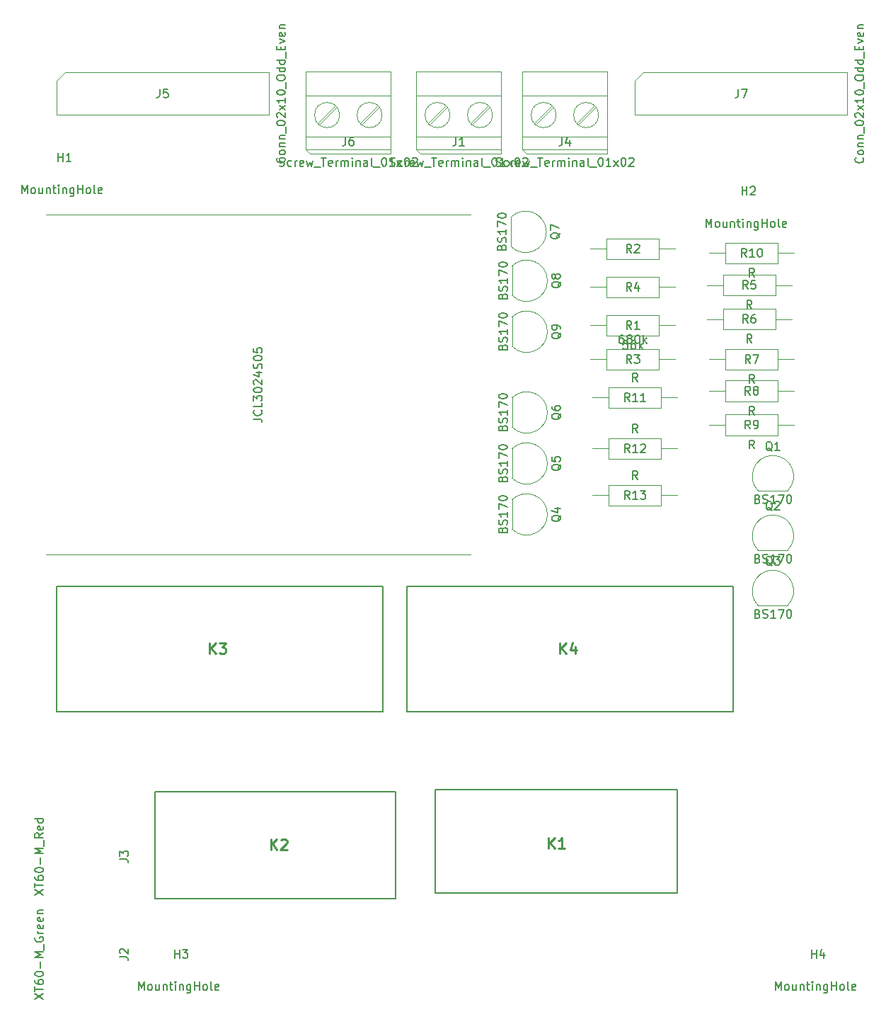
<source format=gbr>
%TF.GenerationSoftware,KiCad,Pcbnew,(5.1.6)-1*%
%TF.CreationDate,2021-11-10T17:08:40+01:00*%
%TF.ProjectId,FoxRobot,466f7852-6f62-46f7-942e-6b696361645f,V01*%
%TF.SameCoordinates,Original*%
%TF.FileFunction,Other,Fab,Top*%
%FSLAX46Y46*%
G04 Gerber Fmt 4.6, Leading zero omitted, Abs format (unit mm)*
G04 Created by KiCad (PCBNEW (5.1.6)-1) date 2021-11-10 17:08:40*
%MOMM*%
%LPD*%
G01*
G04 APERTURE LIST*
%ADD10C,0.120000*%
%ADD11C,0.100000*%
%ADD12C,0.200000*%
%ADD13C,0.150000*%
%ADD14C,0.254000*%
G04 APERTURE END LIST*
D10*
%TO.C,U1*%
X67945000Y-71628000D02*
X17145000Y-71628000D01*
X67945000Y-30988000D02*
X17145000Y-30988000D01*
D11*
%TO.C,R13*%
X82550000Y-64516000D02*
X84480000Y-64516000D01*
X92710000Y-64516000D02*
X90780000Y-64516000D01*
X84480000Y-65766000D02*
X90780000Y-65766000D01*
X84480000Y-63266000D02*
X84480000Y-65766000D01*
X90780000Y-63266000D02*
X84480000Y-63266000D01*
X90780000Y-65766000D02*
X90780000Y-63266000D01*
%TO.C,R12*%
X82550000Y-58928000D02*
X84480000Y-58928000D01*
X92710000Y-58928000D02*
X90780000Y-58928000D01*
X84480000Y-60178000D02*
X90780000Y-60178000D01*
X84480000Y-57678000D02*
X84480000Y-60178000D01*
X90780000Y-57678000D02*
X84480000Y-57678000D01*
X90780000Y-60178000D02*
X90780000Y-57678000D01*
%TO.C,R11*%
X82550000Y-52832000D02*
X84480000Y-52832000D01*
X92710000Y-52832000D02*
X90780000Y-52832000D01*
X84480000Y-54082000D02*
X90780000Y-54082000D01*
X84480000Y-51582000D02*
X84480000Y-54082000D01*
X90780000Y-51582000D02*
X84480000Y-51582000D01*
X90780000Y-54082000D02*
X90780000Y-51582000D01*
%TO.C,R10*%
X106680000Y-35560000D02*
X104750000Y-35560000D01*
X96520000Y-35560000D02*
X98450000Y-35560000D01*
X104750000Y-34310000D02*
X98450000Y-34310000D01*
X104750000Y-36810000D02*
X104750000Y-34310000D01*
X98450000Y-36810000D02*
X104750000Y-36810000D01*
X98450000Y-34310000D02*
X98450000Y-36810000D01*
%TO.C,R9*%
X106678000Y-56102000D02*
X104748000Y-56102000D01*
X96518000Y-56102000D02*
X98448000Y-56102000D01*
X104748000Y-54852000D02*
X98448000Y-54852000D01*
X104748000Y-57352000D02*
X104748000Y-54852000D01*
X98448000Y-57352000D02*
X104748000Y-57352000D01*
X98448000Y-54852000D02*
X98448000Y-57352000D01*
%TO.C,R8*%
X106678000Y-52052000D02*
X104748000Y-52052000D01*
X96518000Y-52052000D02*
X98448000Y-52052000D01*
X104748000Y-50802000D02*
X98448000Y-50802000D01*
X104748000Y-53302000D02*
X104748000Y-50802000D01*
X98448000Y-53302000D02*
X104748000Y-53302000D01*
X98448000Y-50802000D02*
X98448000Y-53302000D01*
%TO.C,R7*%
X106680000Y-48260000D02*
X104750000Y-48260000D01*
X96520000Y-48260000D02*
X98450000Y-48260000D01*
X104750000Y-47010000D02*
X98450000Y-47010000D01*
X104750000Y-49510000D02*
X104750000Y-47010000D01*
X98450000Y-49510000D02*
X104750000Y-49510000D01*
X98450000Y-47010000D02*
X98450000Y-49510000D01*
%TO.C,R6*%
X106386000Y-43446000D02*
X104456000Y-43446000D01*
X96226000Y-43446000D02*
X98156000Y-43446000D01*
X104456000Y-42196000D02*
X98156000Y-42196000D01*
X104456000Y-44696000D02*
X104456000Y-42196000D01*
X98156000Y-44696000D02*
X104456000Y-44696000D01*
X98156000Y-42196000D02*
X98156000Y-44696000D01*
%TO.C,R5*%
X106386000Y-39396000D02*
X104456000Y-39396000D01*
X96226000Y-39396000D02*
X98156000Y-39396000D01*
X104456000Y-38146000D02*
X98156000Y-38146000D01*
X104456000Y-40646000D02*
X104456000Y-38146000D01*
X98156000Y-40646000D02*
X104456000Y-40646000D01*
X98156000Y-38146000D02*
X98156000Y-40646000D01*
%TO.C,R4*%
X92456000Y-39624000D02*
X90526000Y-39624000D01*
X82296000Y-39624000D02*
X84226000Y-39624000D01*
X90526000Y-38374000D02*
X84226000Y-38374000D01*
X90526000Y-40874000D02*
X90526000Y-38374000D01*
X84226000Y-40874000D02*
X90526000Y-40874000D01*
X84226000Y-38374000D02*
X84226000Y-40874000D01*
%TO.C,R3*%
X82296000Y-48260000D02*
X84226000Y-48260000D01*
X92456000Y-48260000D02*
X90526000Y-48260000D01*
X84226000Y-49510000D02*
X90526000Y-49510000D01*
X84226000Y-47010000D02*
X84226000Y-49510000D01*
X90526000Y-47010000D02*
X84226000Y-47010000D01*
X90526000Y-49510000D02*
X90526000Y-47010000D01*
%TO.C,R2*%
X82296000Y-35052000D02*
X84226000Y-35052000D01*
X92456000Y-35052000D02*
X90526000Y-35052000D01*
X84226000Y-36302000D02*
X90526000Y-36302000D01*
X84226000Y-33802000D02*
X84226000Y-36302000D01*
X90526000Y-33802000D02*
X84226000Y-33802000D01*
X90526000Y-36302000D02*
X90526000Y-33802000D01*
%TO.C,R1*%
X92456000Y-44196000D02*
X90526000Y-44196000D01*
X82296000Y-44196000D02*
X84226000Y-44196000D01*
X90526000Y-42946000D02*
X84226000Y-42946000D01*
X90526000Y-45446000D02*
X90526000Y-42946000D01*
X84226000Y-45446000D02*
X90526000Y-45446000D01*
X84226000Y-42946000D02*
X84226000Y-45446000D01*
%TO.C,Q9*%
X72926000Y-43188000D02*
X72926000Y-46688000D01*
X72922375Y-43204375D02*
G75*
G02*
X77156000Y-44958000I1753625J-1753625D01*
G01*
X72922375Y-46711625D02*
G75*
G03*
X77156000Y-44958000I1753625J1753625D01*
G01*
%TO.C,Q8*%
X72926000Y-37092000D02*
X72926000Y-40592000D01*
X72922375Y-37108375D02*
G75*
G02*
X77156000Y-38862000I1753625J-1753625D01*
G01*
X72922375Y-40615625D02*
G75*
G03*
X77156000Y-38862000I1753625J1753625D01*
G01*
%TO.C,Q7*%
X72799000Y-31250000D02*
X72799000Y-34750000D01*
X72795375Y-31266375D02*
G75*
G02*
X77029000Y-33020000I1753625J-1753625D01*
G01*
X72795375Y-34773625D02*
G75*
G03*
X77029000Y-33020000I1753625J1753625D01*
G01*
%TO.C,Q6*%
X72926000Y-52840000D02*
X72926000Y-56340000D01*
X72922375Y-52856375D02*
G75*
G02*
X77156000Y-54610000I1753625J-1753625D01*
G01*
X72922375Y-56363625D02*
G75*
G03*
X77156000Y-54610000I1753625J1753625D01*
G01*
%TO.C,Q5*%
X72926000Y-58936000D02*
X72926000Y-62436000D01*
X72922375Y-58952375D02*
G75*
G02*
X77156000Y-60706000I1753625J-1753625D01*
G01*
X72922375Y-62459625D02*
G75*
G03*
X77156000Y-60706000I1753625J1753625D01*
G01*
%TO.C,Q4*%
X72926000Y-65032000D02*
X72926000Y-68532000D01*
X72922375Y-65048375D02*
G75*
G02*
X77156000Y-66802000I1753625J-1753625D01*
G01*
X72922375Y-68555625D02*
G75*
G03*
X77156000Y-66802000I1753625J1753625D01*
G01*
%TO.C,Q3*%
X102370000Y-77696000D02*
X105870000Y-77696000D01*
X102386375Y-77699625D02*
G75*
G02*
X104140000Y-73466000I1753625J1753625D01*
G01*
X105893625Y-77699625D02*
G75*
G03*
X104140000Y-73466000I-1753625J1753625D01*
G01*
%TO.C,Q2*%
X102370000Y-71092000D02*
X105870000Y-71092000D01*
X102386375Y-71095625D02*
G75*
G02*
X104140000Y-66862000I1753625J1753625D01*
G01*
X105893625Y-71095625D02*
G75*
G03*
X104140000Y-66862000I-1753625J1753625D01*
G01*
%TO.C,Q1*%
X102370000Y-63980000D02*
X105870000Y-63980000D01*
X102386375Y-63983625D02*
G75*
G02*
X104140000Y-59750000I1753625J1753625D01*
G01*
X105893625Y-63983625D02*
G75*
G03*
X104140000Y-59750000I-1753625J1753625D01*
G01*
D12*
%TO.C,K4*%
X60363000Y-75384000D02*
X60363000Y-90384000D01*
X99363000Y-75384000D02*
X60363000Y-75384000D01*
X99363000Y-90384000D02*
X99363000Y-75384000D01*
X60363000Y-90384000D02*
X99363000Y-90384000D01*
%TO.C,K3*%
X18453000Y-75384000D02*
X18453000Y-90384000D01*
X57453000Y-75384000D02*
X18453000Y-75384000D01*
X57453000Y-90384000D02*
X57453000Y-75384000D01*
X18453000Y-90384000D02*
X57453000Y-90384000D01*
%TO.C,K2*%
X58996000Y-99916000D02*
X58996000Y-112716000D01*
X30196000Y-99916000D02*
X58996000Y-99916000D01*
X30196000Y-112716000D02*
X30196000Y-99916000D01*
X58996000Y-112716000D02*
X30196000Y-112716000D01*
D11*
%TO.C,J5*%
X43815000Y-19050000D02*
X18415000Y-19050000D01*
X43815000Y-13970000D02*
X43815000Y-19050000D01*
X19415000Y-13970000D02*
X43815000Y-13970000D01*
X18415000Y-14970000D02*
X19415000Y-13970000D01*
X18415000Y-19050000D02*
X18415000Y-14970000D01*
%TO.C,J4*%
X82743000Y-17912000D02*
X80651000Y-20005000D01*
X82926000Y-18095000D02*
X80834000Y-20188000D01*
X77663000Y-17912000D02*
X75570000Y-20005000D01*
X77846000Y-18095000D02*
X75753000Y-20188000D01*
X74168000Y-16750000D02*
X84328000Y-16750000D01*
X74168000Y-21650000D02*
X84328000Y-21650000D01*
X74168000Y-23150000D02*
X84328000Y-23150000D01*
X74168000Y-23150000D02*
X74168000Y-13850000D01*
X74668000Y-23650000D02*
X74168000Y-23150000D01*
X84328000Y-23650000D02*
X74668000Y-23650000D01*
X84328000Y-13850000D02*
X84328000Y-23650000D01*
X74168000Y-13850000D02*
X84328000Y-13850000D01*
X83288000Y-19050000D02*
G75*
G03*
X83288000Y-19050000I-1500000J0D01*
G01*
X78208000Y-19050000D02*
G75*
G03*
X78208000Y-19050000I-1500000J0D01*
G01*
D12*
%TO.C,K1*%
X92732000Y-99672000D02*
X63732000Y-99672000D01*
X63732000Y-99672000D02*
X63732000Y-112072000D01*
X63732000Y-112072000D02*
X92732000Y-112072000D01*
X92732000Y-112072000D02*
X92732000Y-99672000D01*
D11*
%TO.C,J1*%
X65508000Y-19050000D02*
G75*
G03*
X65508000Y-19050000I-1500000J0D01*
G01*
X70588000Y-19050000D02*
G75*
G03*
X70588000Y-19050000I-1500000J0D01*
G01*
X61468000Y-13850000D02*
X71628000Y-13850000D01*
X71628000Y-13850000D02*
X71628000Y-23650000D01*
X71628000Y-23650000D02*
X61968000Y-23650000D01*
X61968000Y-23650000D02*
X61468000Y-23150000D01*
X61468000Y-23150000D02*
X61468000Y-13850000D01*
X61468000Y-23150000D02*
X71628000Y-23150000D01*
X61468000Y-21650000D02*
X71628000Y-21650000D01*
X61468000Y-16750000D02*
X71628000Y-16750000D01*
X65146000Y-18095000D02*
X63053000Y-20188000D01*
X64963000Y-17912000D02*
X62870000Y-20005000D01*
X70226000Y-18095000D02*
X68134000Y-20188000D01*
X70043000Y-17912000D02*
X67951000Y-20005000D01*
%TO.C,J6*%
X52300000Y-19050000D02*
G75*
G03*
X52300000Y-19050000I-1500000J0D01*
G01*
X57380000Y-19050000D02*
G75*
G03*
X57380000Y-19050000I-1500000J0D01*
G01*
X48260000Y-13850000D02*
X58420000Y-13850000D01*
X58420000Y-13850000D02*
X58420000Y-23650000D01*
X58420000Y-23650000D02*
X48760000Y-23650000D01*
X48760000Y-23650000D02*
X48260000Y-23150000D01*
X48260000Y-23150000D02*
X48260000Y-13850000D01*
X48260000Y-23150000D02*
X58420000Y-23150000D01*
X48260000Y-21650000D02*
X58420000Y-21650000D01*
X48260000Y-16750000D02*
X58420000Y-16750000D01*
X51938000Y-18095000D02*
X49845000Y-20188000D01*
X51755000Y-17912000D02*
X49662000Y-20005000D01*
X57018000Y-18095000D02*
X54926000Y-20188000D01*
X56835000Y-17912000D02*
X54743000Y-20005000D01*
%TO.C,J7*%
X87630000Y-19050000D02*
X87630000Y-14970000D01*
X87630000Y-14970000D02*
X88630000Y-13970000D01*
X88630000Y-13970000D02*
X113030000Y-13970000D01*
X113030000Y-13970000D02*
X113030000Y-19050000D01*
X113030000Y-19050000D02*
X87630000Y-19050000D01*
%TD*%
%TO.C,U1*%
D13*
X41997380Y-55403238D02*
X42711666Y-55403238D01*
X42854523Y-55450857D01*
X42949761Y-55546095D01*
X42997380Y-55688952D01*
X42997380Y-55784190D01*
X42902142Y-54355619D02*
X42949761Y-54403238D01*
X42997380Y-54546095D01*
X42997380Y-54641333D01*
X42949761Y-54784190D01*
X42854523Y-54879428D01*
X42759285Y-54927047D01*
X42568809Y-54974666D01*
X42425952Y-54974666D01*
X42235476Y-54927047D01*
X42140238Y-54879428D01*
X42045000Y-54784190D01*
X41997380Y-54641333D01*
X41997380Y-54546095D01*
X42045000Y-54403238D01*
X42092619Y-54355619D01*
X42997380Y-53450857D02*
X42997380Y-53927047D01*
X41997380Y-53927047D01*
X41997380Y-53212761D02*
X41997380Y-52593714D01*
X42378333Y-52927047D01*
X42378333Y-52784190D01*
X42425952Y-52688952D01*
X42473571Y-52641333D01*
X42568809Y-52593714D01*
X42806904Y-52593714D01*
X42902142Y-52641333D01*
X42949761Y-52688952D01*
X42997380Y-52784190D01*
X42997380Y-53069904D01*
X42949761Y-53165142D01*
X42902142Y-53212761D01*
X41997380Y-51974666D02*
X41997380Y-51879428D01*
X42045000Y-51784190D01*
X42092619Y-51736571D01*
X42187857Y-51688952D01*
X42378333Y-51641333D01*
X42616428Y-51641333D01*
X42806904Y-51688952D01*
X42902142Y-51736571D01*
X42949761Y-51784190D01*
X42997380Y-51879428D01*
X42997380Y-51974666D01*
X42949761Y-52069904D01*
X42902142Y-52117523D01*
X42806904Y-52165142D01*
X42616428Y-52212761D01*
X42378333Y-52212761D01*
X42187857Y-52165142D01*
X42092619Y-52117523D01*
X42045000Y-52069904D01*
X41997380Y-51974666D01*
X42092619Y-51260380D02*
X42045000Y-51212761D01*
X41997380Y-51117523D01*
X41997380Y-50879428D01*
X42045000Y-50784190D01*
X42092619Y-50736571D01*
X42187857Y-50688952D01*
X42283095Y-50688952D01*
X42425952Y-50736571D01*
X42997380Y-51308000D01*
X42997380Y-50688952D01*
X42330714Y-49831809D02*
X42997380Y-49831809D01*
X41949761Y-50069904D02*
X42664047Y-50308000D01*
X42664047Y-49688952D01*
X42949761Y-49355619D02*
X42997380Y-49212761D01*
X42997380Y-48974666D01*
X42949761Y-48879428D01*
X42902142Y-48831809D01*
X42806904Y-48784190D01*
X42711666Y-48784190D01*
X42616428Y-48831809D01*
X42568809Y-48879428D01*
X42521190Y-48974666D01*
X42473571Y-49165142D01*
X42425952Y-49260380D01*
X42378333Y-49308000D01*
X42283095Y-49355619D01*
X42187857Y-49355619D01*
X42092619Y-49308000D01*
X42045000Y-49260380D01*
X41997380Y-49165142D01*
X41997380Y-48927047D01*
X42045000Y-48784190D01*
X41997380Y-48165142D02*
X41997380Y-48069904D01*
X42045000Y-47974666D01*
X42092619Y-47927047D01*
X42187857Y-47879428D01*
X42378333Y-47831809D01*
X42616428Y-47831809D01*
X42806904Y-47879428D01*
X42902142Y-47927047D01*
X42949761Y-47974666D01*
X42997380Y-48069904D01*
X42997380Y-48165142D01*
X42949761Y-48260380D01*
X42902142Y-48308000D01*
X42806904Y-48355619D01*
X42616428Y-48403238D01*
X42378333Y-48403238D01*
X42187857Y-48355619D01*
X42092619Y-48308000D01*
X42045000Y-48260380D01*
X41997380Y-48165142D01*
X41997380Y-46927047D02*
X41997380Y-47403238D01*
X42473571Y-47450857D01*
X42425952Y-47403238D01*
X42378333Y-47308000D01*
X42378333Y-47069904D01*
X42425952Y-46974666D01*
X42473571Y-46927047D01*
X42568809Y-46879428D01*
X42806904Y-46879428D01*
X42902142Y-46927047D01*
X42949761Y-46974666D01*
X42997380Y-47069904D01*
X42997380Y-47308000D01*
X42949761Y-47403238D01*
X42902142Y-47450857D01*
%TO.C,R13*%
X87939523Y-62598380D02*
X87606190Y-62122190D01*
X87368095Y-62598380D02*
X87368095Y-61598380D01*
X87749047Y-61598380D01*
X87844285Y-61646000D01*
X87891904Y-61693619D01*
X87939523Y-61788857D01*
X87939523Y-61931714D01*
X87891904Y-62026952D01*
X87844285Y-62074571D01*
X87749047Y-62122190D01*
X87368095Y-62122190D01*
X86987142Y-64968380D02*
X86653809Y-64492190D01*
X86415714Y-64968380D02*
X86415714Y-63968380D01*
X86796666Y-63968380D01*
X86891904Y-64016000D01*
X86939523Y-64063619D01*
X86987142Y-64158857D01*
X86987142Y-64301714D01*
X86939523Y-64396952D01*
X86891904Y-64444571D01*
X86796666Y-64492190D01*
X86415714Y-64492190D01*
X87939523Y-64968380D02*
X87368095Y-64968380D01*
X87653809Y-64968380D02*
X87653809Y-63968380D01*
X87558571Y-64111238D01*
X87463333Y-64206476D01*
X87368095Y-64254095D01*
X88272857Y-63968380D02*
X88891904Y-63968380D01*
X88558571Y-64349333D01*
X88701428Y-64349333D01*
X88796666Y-64396952D01*
X88844285Y-64444571D01*
X88891904Y-64539809D01*
X88891904Y-64777904D01*
X88844285Y-64873142D01*
X88796666Y-64920761D01*
X88701428Y-64968380D01*
X88415714Y-64968380D01*
X88320476Y-64920761D01*
X88272857Y-64873142D01*
%TO.C,R12*%
X87939523Y-57010380D02*
X87606190Y-56534190D01*
X87368095Y-57010380D02*
X87368095Y-56010380D01*
X87749047Y-56010380D01*
X87844285Y-56058000D01*
X87891904Y-56105619D01*
X87939523Y-56200857D01*
X87939523Y-56343714D01*
X87891904Y-56438952D01*
X87844285Y-56486571D01*
X87749047Y-56534190D01*
X87368095Y-56534190D01*
X86987142Y-59380380D02*
X86653809Y-58904190D01*
X86415714Y-59380380D02*
X86415714Y-58380380D01*
X86796666Y-58380380D01*
X86891904Y-58428000D01*
X86939523Y-58475619D01*
X86987142Y-58570857D01*
X86987142Y-58713714D01*
X86939523Y-58808952D01*
X86891904Y-58856571D01*
X86796666Y-58904190D01*
X86415714Y-58904190D01*
X87939523Y-59380380D02*
X87368095Y-59380380D01*
X87653809Y-59380380D02*
X87653809Y-58380380D01*
X87558571Y-58523238D01*
X87463333Y-58618476D01*
X87368095Y-58666095D01*
X88320476Y-58475619D02*
X88368095Y-58428000D01*
X88463333Y-58380380D01*
X88701428Y-58380380D01*
X88796666Y-58428000D01*
X88844285Y-58475619D01*
X88891904Y-58570857D01*
X88891904Y-58666095D01*
X88844285Y-58808952D01*
X88272857Y-59380380D01*
X88891904Y-59380380D01*
%TO.C,R11*%
X87939523Y-50914380D02*
X87606190Y-50438190D01*
X87368095Y-50914380D02*
X87368095Y-49914380D01*
X87749047Y-49914380D01*
X87844285Y-49962000D01*
X87891904Y-50009619D01*
X87939523Y-50104857D01*
X87939523Y-50247714D01*
X87891904Y-50342952D01*
X87844285Y-50390571D01*
X87749047Y-50438190D01*
X87368095Y-50438190D01*
X86987142Y-53284380D02*
X86653809Y-52808190D01*
X86415714Y-53284380D02*
X86415714Y-52284380D01*
X86796666Y-52284380D01*
X86891904Y-52332000D01*
X86939523Y-52379619D01*
X86987142Y-52474857D01*
X86987142Y-52617714D01*
X86939523Y-52712952D01*
X86891904Y-52760571D01*
X86796666Y-52808190D01*
X86415714Y-52808190D01*
X87939523Y-53284380D02*
X87368095Y-53284380D01*
X87653809Y-53284380D02*
X87653809Y-52284380D01*
X87558571Y-52427238D01*
X87463333Y-52522476D01*
X87368095Y-52570095D01*
X88891904Y-53284380D02*
X88320476Y-53284380D01*
X88606190Y-53284380D02*
X88606190Y-52284380D01*
X88510952Y-52427238D01*
X88415714Y-52522476D01*
X88320476Y-52570095D01*
%TO.C,R10*%
X101909523Y-38382380D02*
X101576190Y-37906190D01*
X101338095Y-38382380D02*
X101338095Y-37382380D01*
X101719047Y-37382380D01*
X101814285Y-37430000D01*
X101861904Y-37477619D01*
X101909523Y-37572857D01*
X101909523Y-37715714D01*
X101861904Y-37810952D01*
X101814285Y-37858571D01*
X101719047Y-37906190D01*
X101338095Y-37906190D01*
X100957142Y-36012380D02*
X100623809Y-35536190D01*
X100385714Y-36012380D02*
X100385714Y-35012380D01*
X100766666Y-35012380D01*
X100861904Y-35060000D01*
X100909523Y-35107619D01*
X100957142Y-35202857D01*
X100957142Y-35345714D01*
X100909523Y-35440952D01*
X100861904Y-35488571D01*
X100766666Y-35536190D01*
X100385714Y-35536190D01*
X101909523Y-36012380D02*
X101338095Y-36012380D01*
X101623809Y-36012380D02*
X101623809Y-35012380D01*
X101528571Y-35155238D01*
X101433333Y-35250476D01*
X101338095Y-35298095D01*
X102528571Y-35012380D02*
X102623809Y-35012380D01*
X102719047Y-35060000D01*
X102766666Y-35107619D01*
X102814285Y-35202857D01*
X102861904Y-35393333D01*
X102861904Y-35631428D01*
X102814285Y-35821904D01*
X102766666Y-35917142D01*
X102719047Y-35964761D01*
X102623809Y-36012380D01*
X102528571Y-36012380D01*
X102433333Y-35964761D01*
X102385714Y-35917142D01*
X102338095Y-35821904D01*
X102290476Y-35631428D01*
X102290476Y-35393333D01*
X102338095Y-35202857D01*
X102385714Y-35107619D01*
X102433333Y-35060000D01*
X102528571Y-35012380D01*
%TO.C,R9*%
X101907523Y-58924380D02*
X101574190Y-58448190D01*
X101336095Y-58924380D02*
X101336095Y-57924380D01*
X101717047Y-57924380D01*
X101812285Y-57972000D01*
X101859904Y-58019619D01*
X101907523Y-58114857D01*
X101907523Y-58257714D01*
X101859904Y-58352952D01*
X101812285Y-58400571D01*
X101717047Y-58448190D01*
X101336095Y-58448190D01*
X101431333Y-56554380D02*
X101098000Y-56078190D01*
X100859904Y-56554380D02*
X100859904Y-55554380D01*
X101240857Y-55554380D01*
X101336095Y-55602000D01*
X101383714Y-55649619D01*
X101431333Y-55744857D01*
X101431333Y-55887714D01*
X101383714Y-55982952D01*
X101336095Y-56030571D01*
X101240857Y-56078190D01*
X100859904Y-56078190D01*
X101907523Y-56554380D02*
X102098000Y-56554380D01*
X102193238Y-56506761D01*
X102240857Y-56459142D01*
X102336095Y-56316285D01*
X102383714Y-56125809D01*
X102383714Y-55744857D01*
X102336095Y-55649619D01*
X102288476Y-55602000D01*
X102193238Y-55554380D01*
X102002761Y-55554380D01*
X101907523Y-55602000D01*
X101859904Y-55649619D01*
X101812285Y-55744857D01*
X101812285Y-55982952D01*
X101859904Y-56078190D01*
X101907523Y-56125809D01*
X102002761Y-56173428D01*
X102193238Y-56173428D01*
X102288476Y-56125809D01*
X102336095Y-56078190D01*
X102383714Y-55982952D01*
%TO.C,R8*%
X101907523Y-54874380D02*
X101574190Y-54398190D01*
X101336095Y-54874380D02*
X101336095Y-53874380D01*
X101717047Y-53874380D01*
X101812285Y-53922000D01*
X101859904Y-53969619D01*
X101907523Y-54064857D01*
X101907523Y-54207714D01*
X101859904Y-54302952D01*
X101812285Y-54350571D01*
X101717047Y-54398190D01*
X101336095Y-54398190D01*
X101431333Y-52504380D02*
X101098000Y-52028190D01*
X100859904Y-52504380D02*
X100859904Y-51504380D01*
X101240857Y-51504380D01*
X101336095Y-51552000D01*
X101383714Y-51599619D01*
X101431333Y-51694857D01*
X101431333Y-51837714D01*
X101383714Y-51932952D01*
X101336095Y-51980571D01*
X101240857Y-52028190D01*
X100859904Y-52028190D01*
X102002761Y-51932952D02*
X101907523Y-51885333D01*
X101859904Y-51837714D01*
X101812285Y-51742476D01*
X101812285Y-51694857D01*
X101859904Y-51599619D01*
X101907523Y-51552000D01*
X102002761Y-51504380D01*
X102193238Y-51504380D01*
X102288476Y-51552000D01*
X102336095Y-51599619D01*
X102383714Y-51694857D01*
X102383714Y-51742476D01*
X102336095Y-51837714D01*
X102288476Y-51885333D01*
X102193238Y-51932952D01*
X102002761Y-51932952D01*
X101907523Y-51980571D01*
X101859904Y-52028190D01*
X101812285Y-52123428D01*
X101812285Y-52313904D01*
X101859904Y-52409142D01*
X101907523Y-52456761D01*
X102002761Y-52504380D01*
X102193238Y-52504380D01*
X102288476Y-52456761D01*
X102336095Y-52409142D01*
X102383714Y-52313904D01*
X102383714Y-52123428D01*
X102336095Y-52028190D01*
X102288476Y-51980571D01*
X102193238Y-51932952D01*
%TO.C,R7*%
X101909523Y-51082380D02*
X101576190Y-50606190D01*
X101338095Y-51082380D02*
X101338095Y-50082380D01*
X101719047Y-50082380D01*
X101814285Y-50130000D01*
X101861904Y-50177619D01*
X101909523Y-50272857D01*
X101909523Y-50415714D01*
X101861904Y-50510952D01*
X101814285Y-50558571D01*
X101719047Y-50606190D01*
X101338095Y-50606190D01*
X101433333Y-48712380D02*
X101100000Y-48236190D01*
X100861904Y-48712380D02*
X100861904Y-47712380D01*
X101242857Y-47712380D01*
X101338095Y-47760000D01*
X101385714Y-47807619D01*
X101433333Y-47902857D01*
X101433333Y-48045714D01*
X101385714Y-48140952D01*
X101338095Y-48188571D01*
X101242857Y-48236190D01*
X100861904Y-48236190D01*
X101766666Y-47712380D02*
X102433333Y-47712380D01*
X102004761Y-48712380D01*
%TO.C,R6*%
X101615523Y-46268380D02*
X101282190Y-45792190D01*
X101044095Y-46268380D02*
X101044095Y-45268380D01*
X101425047Y-45268380D01*
X101520285Y-45316000D01*
X101567904Y-45363619D01*
X101615523Y-45458857D01*
X101615523Y-45601714D01*
X101567904Y-45696952D01*
X101520285Y-45744571D01*
X101425047Y-45792190D01*
X101044095Y-45792190D01*
X101139333Y-43898380D02*
X100806000Y-43422190D01*
X100567904Y-43898380D02*
X100567904Y-42898380D01*
X100948857Y-42898380D01*
X101044095Y-42946000D01*
X101091714Y-42993619D01*
X101139333Y-43088857D01*
X101139333Y-43231714D01*
X101091714Y-43326952D01*
X101044095Y-43374571D01*
X100948857Y-43422190D01*
X100567904Y-43422190D01*
X101996476Y-42898380D02*
X101806000Y-42898380D01*
X101710761Y-42946000D01*
X101663142Y-42993619D01*
X101567904Y-43136476D01*
X101520285Y-43326952D01*
X101520285Y-43707904D01*
X101567904Y-43803142D01*
X101615523Y-43850761D01*
X101710761Y-43898380D01*
X101901238Y-43898380D01*
X101996476Y-43850761D01*
X102044095Y-43803142D01*
X102091714Y-43707904D01*
X102091714Y-43469809D01*
X102044095Y-43374571D01*
X101996476Y-43326952D01*
X101901238Y-43279333D01*
X101710761Y-43279333D01*
X101615523Y-43326952D01*
X101567904Y-43374571D01*
X101520285Y-43469809D01*
%TO.C,R5*%
X101615523Y-42218380D02*
X101282190Y-41742190D01*
X101044095Y-42218380D02*
X101044095Y-41218380D01*
X101425047Y-41218380D01*
X101520285Y-41266000D01*
X101567904Y-41313619D01*
X101615523Y-41408857D01*
X101615523Y-41551714D01*
X101567904Y-41646952D01*
X101520285Y-41694571D01*
X101425047Y-41742190D01*
X101044095Y-41742190D01*
X101139333Y-39848380D02*
X100806000Y-39372190D01*
X100567904Y-39848380D02*
X100567904Y-38848380D01*
X100948857Y-38848380D01*
X101044095Y-38896000D01*
X101091714Y-38943619D01*
X101139333Y-39038857D01*
X101139333Y-39181714D01*
X101091714Y-39276952D01*
X101044095Y-39324571D01*
X100948857Y-39372190D01*
X100567904Y-39372190D01*
X102044095Y-38848380D02*
X101567904Y-38848380D01*
X101520285Y-39324571D01*
X101567904Y-39276952D01*
X101663142Y-39229333D01*
X101901238Y-39229333D01*
X101996476Y-39276952D01*
X102044095Y-39324571D01*
X102091714Y-39419809D01*
X102091714Y-39657904D01*
X102044095Y-39753142D01*
X101996476Y-39800761D01*
X101901238Y-39848380D01*
X101663142Y-39848380D01*
X101567904Y-39800761D01*
X101520285Y-39753142D01*
%TO.C,R4*%
X87209333Y-40076380D02*
X86876000Y-39600190D01*
X86637904Y-40076380D02*
X86637904Y-39076380D01*
X87018857Y-39076380D01*
X87114095Y-39124000D01*
X87161714Y-39171619D01*
X87209333Y-39266857D01*
X87209333Y-39409714D01*
X87161714Y-39504952D01*
X87114095Y-39552571D01*
X87018857Y-39600190D01*
X86637904Y-39600190D01*
X88066476Y-39409714D02*
X88066476Y-40076380D01*
X87828380Y-39028761D02*
X87590285Y-39743047D01*
X88209333Y-39743047D01*
%TO.C,R3*%
X86209333Y-45342380D02*
X86018857Y-45342380D01*
X85923619Y-45390000D01*
X85876000Y-45437619D01*
X85780761Y-45580476D01*
X85733142Y-45770952D01*
X85733142Y-46151904D01*
X85780761Y-46247142D01*
X85828380Y-46294761D01*
X85923619Y-46342380D01*
X86114095Y-46342380D01*
X86209333Y-46294761D01*
X86256952Y-46247142D01*
X86304571Y-46151904D01*
X86304571Y-45913809D01*
X86256952Y-45818571D01*
X86209333Y-45770952D01*
X86114095Y-45723333D01*
X85923619Y-45723333D01*
X85828380Y-45770952D01*
X85780761Y-45818571D01*
X85733142Y-45913809D01*
X86876000Y-45770952D02*
X86780761Y-45723333D01*
X86733142Y-45675714D01*
X86685523Y-45580476D01*
X86685523Y-45532857D01*
X86733142Y-45437619D01*
X86780761Y-45390000D01*
X86876000Y-45342380D01*
X87066476Y-45342380D01*
X87161714Y-45390000D01*
X87209333Y-45437619D01*
X87256952Y-45532857D01*
X87256952Y-45580476D01*
X87209333Y-45675714D01*
X87161714Y-45723333D01*
X87066476Y-45770952D01*
X86876000Y-45770952D01*
X86780761Y-45818571D01*
X86733142Y-45866190D01*
X86685523Y-45961428D01*
X86685523Y-46151904D01*
X86733142Y-46247142D01*
X86780761Y-46294761D01*
X86876000Y-46342380D01*
X87066476Y-46342380D01*
X87161714Y-46294761D01*
X87209333Y-46247142D01*
X87256952Y-46151904D01*
X87256952Y-45961428D01*
X87209333Y-45866190D01*
X87161714Y-45818571D01*
X87066476Y-45770952D01*
X87876000Y-45342380D02*
X87971238Y-45342380D01*
X88066476Y-45390000D01*
X88114095Y-45437619D01*
X88161714Y-45532857D01*
X88209333Y-45723333D01*
X88209333Y-45961428D01*
X88161714Y-46151904D01*
X88114095Y-46247142D01*
X88066476Y-46294761D01*
X87971238Y-46342380D01*
X87876000Y-46342380D01*
X87780761Y-46294761D01*
X87733142Y-46247142D01*
X87685523Y-46151904D01*
X87637904Y-45961428D01*
X87637904Y-45723333D01*
X87685523Y-45532857D01*
X87733142Y-45437619D01*
X87780761Y-45390000D01*
X87876000Y-45342380D01*
X88637904Y-46342380D02*
X88637904Y-45342380D01*
X88733142Y-45961428D02*
X89018857Y-46342380D01*
X89018857Y-45675714D02*
X88637904Y-46056666D01*
X87209333Y-48712380D02*
X86876000Y-48236190D01*
X86637904Y-48712380D02*
X86637904Y-47712380D01*
X87018857Y-47712380D01*
X87114095Y-47760000D01*
X87161714Y-47807619D01*
X87209333Y-47902857D01*
X87209333Y-48045714D01*
X87161714Y-48140952D01*
X87114095Y-48188571D01*
X87018857Y-48236190D01*
X86637904Y-48236190D01*
X87542666Y-47712380D02*
X88161714Y-47712380D01*
X87828380Y-48093333D01*
X87971238Y-48093333D01*
X88066476Y-48140952D01*
X88114095Y-48188571D01*
X88161714Y-48283809D01*
X88161714Y-48521904D01*
X88114095Y-48617142D01*
X88066476Y-48664761D01*
X87971238Y-48712380D01*
X87685523Y-48712380D01*
X87590285Y-48664761D01*
X87542666Y-48617142D01*
%TO.C,R2*%
X87209333Y-35504380D02*
X86876000Y-35028190D01*
X86637904Y-35504380D02*
X86637904Y-34504380D01*
X87018857Y-34504380D01*
X87114095Y-34552000D01*
X87161714Y-34599619D01*
X87209333Y-34694857D01*
X87209333Y-34837714D01*
X87161714Y-34932952D01*
X87114095Y-34980571D01*
X87018857Y-35028190D01*
X86637904Y-35028190D01*
X87590285Y-34599619D02*
X87637904Y-34552000D01*
X87733142Y-34504380D01*
X87971238Y-34504380D01*
X88066476Y-34552000D01*
X88114095Y-34599619D01*
X88161714Y-34694857D01*
X88161714Y-34790095D01*
X88114095Y-34932952D01*
X87542666Y-35504380D01*
X88161714Y-35504380D01*
%TO.C,R1*%
X86733142Y-46018380D02*
X86256952Y-46018380D01*
X86209333Y-46494571D01*
X86256952Y-46446952D01*
X86352190Y-46399333D01*
X86590285Y-46399333D01*
X86685523Y-46446952D01*
X86733142Y-46494571D01*
X86780761Y-46589809D01*
X86780761Y-46827904D01*
X86733142Y-46923142D01*
X86685523Y-46970761D01*
X86590285Y-47018380D01*
X86352190Y-47018380D01*
X86256952Y-46970761D01*
X86209333Y-46923142D01*
X87637904Y-46018380D02*
X87447428Y-46018380D01*
X87352190Y-46066000D01*
X87304571Y-46113619D01*
X87209333Y-46256476D01*
X87161714Y-46446952D01*
X87161714Y-46827904D01*
X87209333Y-46923142D01*
X87256952Y-46970761D01*
X87352190Y-47018380D01*
X87542666Y-47018380D01*
X87637904Y-46970761D01*
X87685523Y-46923142D01*
X87733142Y-46827904D01*
X87733142Y-46589809D01*
X87685523Y-46494571D01*
X87637904Y-46446952D01*
X87542666Y-46399333D01*
X87352190Y-46399333D01*
X87256952Y-46446952D01*
X87209333Y-46494571D01*
X87161714Y-46589809D01*
X88161714Y-47018380D02*
X88161714Y-46018380D01*
X88256952Y-46637428D02*
X88542666Y-47018380D01*
X88542666Y-46351714D02*
X88161714Y-46732666D01*
X87209333Y-44648380D02*
X86876000Y-44172190D01*
X86637904Y-44648380D02*
X86637904Y-43648380D01*
X87018857Y-43648380D01*
X87114095Y-43696000D01*
X87161714Y-43743619D01*
X87209333Y-43838857D01*
X87209333Y-43981714D01*
X87161714Y-44076952D01*
X87114095Y-44124571D01*
X87018857Y-44172190D01*
X86637904Y-44172190D01*
X88161714Y-44648380D02*
X87590285Y-44648380D01*
X87876000Y-44648380D02*
X87876000Y-43648380D01*
X87780761Y-43791238D01*
X87685523Y-43886476D01*
X87590285Y-43934095D01*
%TO.C,Q9*%
X71814571Y-46791333D02*
X71862190Y-46648476D01*
X71909809Y-46600857D01*
X72005047Y-46553238D01*
X72147904Y-46553238D01*
X72243142Y-46600857D01*
X72290761Y-46648476D01*
X72338380Y-46743714D01*
X72338380Y-47124666D01*
X71338380Y-47124666D01*
X71338380Y-46791333D01*
X71386000Y-46696095D01*
X71433619Y-46648476D01*
X71528857Y-46600857D01*
X71624095Y-46600857D01*
X71719333Y-46648476D01*
X71766952Y-46696095D01*
X71814571Y-46791333D01*
X71814571Y-47124666D01*
X72290761Y-46172285D02*
X72338380Y-46029428D01*
X72338380Y-45791333D01*
X72290761Y-45696095D01*
X72243142Y-45648476D01*
X72147904Y-45600857D01*
X72052666Y-45600857D01*
X71957428Y-45648476D01*
X71909809Y-45696095D01*
X71862190Y-45791333D01*
X71814571Y-45981809D01*
X71766952Y-46077047D01*
X71719333Y-46124666D01*
X71624095Y-46172285D01*
X71528857Y-46172285D01*
X71433619Y-46124666D01*
X71386000Y-46077047D01*
X71338380Y-45981809D01*
X71338380Y-45743714D01*
X71386000Y-45600857D01*
X72338380Y-44648476D02*
X72338380Y-45219904D01*
X72338380Y-44934190D02*
X71338380Y-44934190D01*
X71481238Y-45029428D01*
X71576476Y-45124666D01*
X71624095Y-45219904D01*
X71338380Y-44315142D02*
X71338380Y-43648476D01*
X72338380Y-44077047D01*
X71338380Y-43077047D02*
X71338380Y-42981809D01*
X71386000Y-42886571D01*
X71433619Y-42838952D01*
X71528857Y-42791333D01*
X71719333Y-42743714D01*
X71957428Y-42743714D01*
X72147904Y-42791333D01*
X72243142Y-42838952D01*
X72290761Y-42886571D01*
X72338380Y-42981809D01*
X72338380Y-43077047D01*
X72290761Y-43172285D01*
X72243142Y-43219904D01*
X72147904Y-43267523D01*
X71957428Y-43315142D01*
X71719333Y-43315142D01*
X71528857Y-43267523D01*
X71433619Y-43219904D01*
X71386000Y-43172285D01*
X71338380Y-43077047D01*
X78783619Y-45053238D02*
X78736000Y-45148476D01*
X78640761Y-45243714D01*
X78497904Y-45386571D01*
X78450285Y-45481809D01*
X78450285Y-45577047D01*
X78688380Y-45529428D02*
X78640761Y-45624666D01*
X78545523Y-45719904D01*
X78355047Y-45767523D01*
X78021714Y-45767523D01*
X77831238Y-45719904D01*
X77736000Y-45624666D01*
X77688380Y-45529428D01*
X77688380Y-45338952D01*
X77736000Y-45243714D01*
X77831238Y-45148476D01*
X78021714Y-45100857D01*
X78355047Y-45100857D01*
X78545523Y-45148476D01*
X78640761Y-45243714D01*
X78688380Y-45338952D01*
X78688380Y-45529428D01*
X78688380Y-44624666D02*
X78688380Y-44434190D01*
X78640761Y-44338952D01*
X78593142Y-44291333D01*
X78450285Y-44196095D01*
X78259809Y-44148476D01*
X77878857Y-44148476D01*
X77783619Y-44196095D01*
X77736000Y-44243714D01*
X77688380Y-44338952D01*
X77688380Y-44529428D01*
X77736000Y-44624666D01*
X77783619Y-44672285D01*
X77878857Y-44719904D01*
X78116952Y-44719904D01*
X78212190Y-44672285D01*
X78259809Y-44624666D01*
X78307428Y-44529428D01*
X78307428Y-44338952D01*
X78259809Y-44243714D01*
X78212190Y-44196095D01*
X78116952Y-44148476D01*
%TO.C,Q8*%
X71814571Y-40695333D02*
X71862190Y-40552476D01*
X71909809Y-40504857D01*
X72005047Y-40457238D01*
X72147904Y-40457238D01*
X72243142Y-40504857D01*
X72290761Y-40552476D01*
X72338380Y-40647714D01*
X72338380Y-41028666D01*
X71338380Y-41028666D01*
X71338380Y-40695333D01*
X71386000Y-40600095D01*
X71433619Y-40552476D01*
X71528857Y-40504857D01*
X71624095Y-40504857D01*
X71719333Y-40552476D01*
X71766952Y-40600095D01*
X71814571Y-40695333D01*
X71814571Y-41028666D01*
X72290761Y-40076285D02*
X72338380Y-39933428D01*
X72338380Y-39695333D01*
X72290761Y-39600095D01*
X72243142Y-39552476D01*
X72147904Y-39504857D01*
X72052666Y-39504857D01*
X71957428Y-39552476D01*
X71909809Y-39600095D01*
X71862190Y-39695333D01*
X71814571Y-39885809D01*
X71766952Y-39981047D01*
X71719333Y-40028666D01*
X71624095Y-40076285D01*
X71528857Y-40076285D01*
X71433619Y-40028666D01*
X71386000Y-39981047D01*
X71338380Y-39885809D01*
X71338380Y-39647714D01*
X71386000Y-39504857D01*
X72338380Y-38552476D02*
X72338380Y-39123904D01*
X72338380Y-38838190D02*
X71338380Y-38838190D01*
X71481238Y-38933428D01*
X71576476Y-39028666D01*
X71624095Y-39123904D01*
X71338380Y-38219142D02*
X71338380Y-37552476D01*
X72338380Y-37981047D01*
X71338380Y-36981047D02*
X71338380Y-36885809D01*
X71386000Y-36790571D01*
X71433619Y-36742952D01*
X71528857Y-36695333D01*
X71719333Y-36647714D01*
X71957428Y-36647714D01*
X72147904Y-36695333D01*
X72243142Y-36742952D01*
X72290761Y-36790571D01*
X72338380Y-36885809D01*
X72338380Y-36981047D01*
X72290761Y-37076285D01*
X72243142Y-37123904D01*
X72147904Y-37171523D01*
X71957428Y-37219142D01*
X71719333Y-37219142D01*
X71528857Y-37171523D01*
X71433619Y-37123904D01*
X71386000Y-37076285D01*
X71338380Y-36981047D01*
X78783619Y-38957238D02*
X78736000Y-39052476D01*
X78640761Y-39147714D01*
X78497904Y-39290571D01*
X78450285Y-39385809D01*
X78450285Y-39481047D01*
X78688380Y-39433428D02*
X78640761Y-39528666D01*
X78545523Y-39623904D01*
X78355047Y-39671523D01*
X78021714Y-39671523D01*
X77831238Y-39623904D01*
X77736000Y-39528666D01*
X77688380Y-39433428D01*
X77688380Y-39242952D01*
X77736000Y-39147714D01*
X77831238Y-39052476D01*
X78021714Y-39004857D01*
X78355047Y-39004857D01*
X78545523Y-39052476D01*
X78640761Y-39147714D01*
X78688380Y-39242952D01*
X78688380Y-39433428D01*
X78116952Y-38433428D02*
X78069333Y-38528666D01*
X78021714Y-38576285D01*
X77926476Y-38623904D01*
X77878857Y-38623904D01*
X77783619Y-38576285D01*
X77736000Y-38528666D01*
X77688380Y-38433428D01*
X77688380Y-38242952D01*
X77736000Y-38147714D01*
X77783619Y-38100095D01*
X77878857Y-38052476D01*
X77926476Y-38052476D01*
X78021714Y-38100095D01*
X78069333Y-38147714D01*
X78116952Y-38242952D01*
X78116952Y-38433428D01*
X78164571Y-38528666D01*
X78212190Y-38576285D01*
X78307428Y-38623904D01*
X78497904Y-38623904D01*
X78593142Y-38576285D01*
X78640761Y-38528666D01*
X78688380Y-38433428D01*
X78688380Y-38242952D01*
X78640761Y-38147714D01*
X78593142Y-38100095D01*
X78497904Y-38052476D01*
X78307428Y-38052476D01*
X78212190Y-38100095D01*
X78164571Y-38147714D01*
X78116952Y-38242952D01*
%TO.C,Q7*%
X71687571Y-34853333D02*
X71735190Y-34710476D01*
X71782809Y-34662857D01*
X71878047Y-34615238D01*
X72020904Y-34615238D01*
X72116142Y-34662857D01*
X72163761Y-34710476D01*
X72211380Y-34805714D01*
X72211380Y-35186666D01*
X71211380Y-35186666D01*
X71211380Y-34853333D01*
X71259000Y-34758095D01*
X71306619Y-34710476D01*
X71401857Y-34662857D01*
X71497095Y-34662857D01*
X71592333Y-34710476D01*
X71639952Y-34758095D01*
X71687571Y-34853333D01*
X71687571Y-35186666D01*
X72163761Y-34234285D02*
X72211380Y-34091428D01*
X72211380Y-33853333D01*
X72163761Y-33758095D01*
X72116142Y-33710476D01*
X72020904Y-33662857D01*
X71925666Y-33662857D01*
X71830428Y-33710476D01*
X71782809Y-33758095D01*
X71735190Y-33853333D01*
X71687571Y-34043809D01*
X71639952Y-34139047D01*
X71592333Y-34186666D01*
X71497095Y-34234285D01*
X71401857Y-34234285D01*
X71306619Y-34186666D01*
X71259000Y-34139047D01*
X71211380Y-34043809D01*
X71211380Y-33805714D01*
X71259000Y-33662857D01*
X72211380Y-32710476D02*
X72211380Y-33281904D01*
X72211380Y-32996190D02*
X71211380Y-32996190D01*
X71354238Y-33091428D01*
X71449476Y-33186666D01*
X71497095Y-33281904D01*
X71211380Y-32377142D02*
X71211380Y-31710476D01*
X72211380Y-32139047D01*
X71211380Y-31139047D02*
X71211380Y-31043809D01*
X71259000Y-30948571D01*
X71306619Y-30900952D01*
X71401857Y-30853333D01*
X71592333Y-30805714D01*
X71830428Y-30805714D01*
X72020904Y-30853333D01*
X72116142Y-30900952D01*
X72163761Y-30948571D01*
X72211380Y-31043809D01*
X72211380Y-31139047D01*
X72163761Y-31234285D01*
X72116142Y-31281904D01*
X72020904Y-31329523D01*
X71830428Y-31377142D01*
X71592333Y-31377142D01*
X71401857Y-31329523D01*
X71306619Y-31281904D01*
X71259000Y-31234285D01*
X71211380Y-31139047D01*
X78656619Y-33115238D02*
X78609000Y-33210476D01*
X78513761Y-33305714D01*
X78370904Y-33448571D01*
X78323285Y-33543809D01*
X78323285Y-33639047D01*
X78561380Y-33591428D02*
X78513761Y-33686666D01*
X78418523Y-33781904D01*
X78228047Y-33829523D01*
X77894714Y-33829523D01*
X77704238Y-33781904D01*
X77609000Y-33686666D01*
X77561380Y-33591428D01*
X77561380Y-33400952D01*
X77609000Y-33305714D01*
X77704238Y-33210476D01*
X77894714Y-33162857D01*
X78228047Y-33162857D01*
X78418523Y-33210476D01*
X78513761Y-33305714D01*
X78561380Y-33400952D01*
X78561380Y-33591428D01*
X77561380Y-32829523D02*
X77561380Y-32162857D01*
X78561380Y-32591428D01*
%TO.C,Q6*%
X71814571Y-56443333D02*
X71862190Y-56300476D01*
X71909809Y-56252857D01*
X72005047Y-56205238D01*
X72147904Y-56205238D01*
X72243142Y-56252857D01*
X72290761Y-56300476D01*
X72338380Y-56395714D01*
X72338380Y-56776666D01*
X71338380Y-56776666D01*
X71338380Y-56443333D01*
X71386000Y-56348095D01*
X71433619Y-56300476D01*
X71528857Y-56252857D01*
X71624095Y-56252857D01*
X71719333Y-56300476D01*
X71766952Y-56348095D01*
X71814571Y-56443333D01*
X71814571Y-56776666D01*
X72290761Y-55824285D02*
X72338380Y-55681428D01*
X72338380Y-55443333D01*
X72290761Y-55348095D01*
X72243142Y-55300476D01*
X72147904Y-55252857D01*
X72052666Y-55252857D01*
X71957428Y-55300476D01*
X71909809Y-55348095D01*
X71862190Y-55443333D01*
X71814571Y-55633809D01*
X71766952Y-55729047D01*
X71719333Y-55776666D01*
X71624095Y-55824285D01*
X71528857Y-55824285D01*
X71433619Y-55776666D01*
X71386000Y-55729047D01*
X71338380Y-55633809D01*
X71338380Y-55395714D01*
X71386000Y-55252857D01*
X72338380Y-54300476D02*
X72338380Y-54871904D01*
X72338380Y-54586190D02*
X71338380Y-54586190D01*
X71481238Y-54681428D01*
X71576476Y-54776666D01*
X71624095Y-54871904D01*
X71338380Y-53967142D02*
X71338380Y-53300476D01*
X72338380Y-53729047D01*
X71338380Y-52729047D02*
X71338380Y-52633809D01*
X71386000Y-52538571D01*
X71433619Y-52490952D01*
X71528857Y-52443333D01*
X71719333Y-52395714D01*
X71957428Y-52395714D01*
X72147904Y-52443333D01*
X72243142Y-52490952D01*
X72290761Y-52538571D01*
X72338380Y-52633809D01*
X72338380Y-52729047D01*
X72290761Y-52824285D01*
X72243142Y-52871904D01*
X72147904Y-52919523D01*
X71957428Y-52967142D01*
X71719333Y-52967142D01*
X71528857Y-52919523D01*
X71433619Y-52871904D01*
X71386000Y-52824285D01*
X71338380Y-52729047D01*
X78783619Y-54705238D02*
X78736000Y-54800476D01*
X78640761Y-54895714D01*
X78497904Y-55038571D01*
X78450285Y-55133809D01*
X78450285Y-55229047D01*
X78688380Y-55181428D02*
X78640761Y-55276666D01*
X78545523Y-55371904D01*
X78355047Y-55419523D01*
X78021714Y-55419523D01*
X77831238Y-55371904D01*
X77736000Y-55276666D01*
X77688380Y-55181428D01*
X77688380Y-54990952D01*
X77736000Y-54895714D01*
X77831238Y-54800476D01*
X78021714Y-54752857D01*
X78355047Y-54752857D01*
X78545523Y-54800476D01*
X78640761Y-54895714D01*
X78688380Y-54990952D01*
X78688380Y-55181428D01*
X77688380Y-53895714D02*
X77688380Y-54086190D01*
X77736000Y-54181428D01*
X77783619Y-54229047D01*
X77926476Y-54324285D01*
X78116952Y-54371904D01*
X78497904Y-54371904D01*
X78593142Y-54324285D01*
X78640761Y-54276666D01*
X78688380Y-54181428D01*
X78688380Y-53990952D01*
X78640761Y-53895714D01*
X78593142Y-53848095D01*
X78497904Y-53800476D01*
X78259809Y-53800476D01*
X78164571Y-53848095D01*
X78116952Y-53895714D01*
X78069333Y-53990952D01*
X78069333Y-54181428D01*
X78116952Y-54276666D01*
X78164571Y-54324285D01*
X78259809Y-54371904D01*
%TO.C,Q5*%
X71814571Y-62539333D02*
X71862190Y-62396476D01*
X71909809Y-62348857D01*
X72005047Y-62301238D01*
X72147904Y-62301238D01*
X72243142Y-62348857D01*
X72290761Y-62396476D01*
X72338380Y-62491714D01*
X72338380Y-62872666D01*
X71338380Y-62872666D01*
X71338380Y-62539333D01*
X71386000Y-62444095D01*
X71433619Y-62396476D01*
X71528857Y-62348857D01*
X71624095Y-62348857D01*
X71719333Y-62396476D01*
X71766952Y-62444095D01*
X71814571Y-62539333D01*
X71814571Y-62872666D01*
X72290761Y-61920285D02*
X72338380Y-61777428D01*
X72338380Y-61539333D01*
X72290761Y-61444095D01*
X72243142Y-61396476D01*
X72147904Y-61348857D01*
X72052666Y-61348857D01*
X71957428Y-61396476D01*
X71909809Y-61444095D01*
X71862190Y-61539333D01*
X71814571Y-61729809D01*
X71766952Y-61825047D01*
X71719333Y-61872666D01*
X71624095Y-61920285D01*
X71528857Y-61920285D01*
X71433619Y-61872666D01*
X71386000Y-61825047D01*
X71338380Y-61729809D01*
X71338380Y-61491714D01*
X71386000Y-61348857D01*
X72338380Y-60396476D02*
X72338380Y-60967904D01*
X72338380Y-60682190D02*
X71338380Y-60682190D01*
X71481238Y-60777428D01*
X71576476Y-60872666D01*
X71624095Y-60967904D01*
X71338380Y-60063142D02*
X71338380Y-59396476D01*
X72338380Y-59825047D01*
X71338380Y-58825047D02*
X71338380Y-58729809D01*
X71386000Y-58634571D01*
X71433619Y-58586952D01*
X71528857Y-58539333D01*
X71719333Y-58491714D01*
X71957428Y-58491714D01*
X72147904Y-58539333D01*
X72243142Y-58586952D01*
X72290761Y-58634571D01*
X72338380Y-58729809D01*
X72338380Y-58825047D01*
X72290761Y-58920285D01*
X72243142Y-58967904D01*
X72147904Y-59015523D01*
X71957428Y-59063142D01*
X71719333Y-59063142D01*
X71528857Y-59015523D01*
X71433619Y-58967904D01*
X71386000Y-58920285D01*
X71338380Y-58825047D01*
X78783619Y-60801238D02*
X78736000Y-60896476D01*
X78640761Y-60991714D01*
X78497904Y-61134571D01*
X78450285Y-61229809D01*
X78450285Y-61325047D01*
X78688380Y-61277428D02*
X78640761Y-61372666D01*
X78545523Y-61467904D01*
X78355047Y-61515523D01*
X78021714Y-61515523D01*
X77831238Y-61467904D01*
X77736000Y-61372666D01*
X77688380Y-61277428D01*
X77688380Y-61086952D01*
X77736000Y-60991714D01*
X77831238Y-60896476D01*
X78021714Y-60848857D01*
X78355047Y-60848857D01*
X78545523Y-60896476D01*
X78640761Y-60991714D01*
X78688380Y-61086952D01*
X78688380Y-61277428D01*
X77688380Y-59944095D02*
X77688380Y-60420285D01*
X78164571Y-60467904D01*
X78116952Y-60420285D01*
X78069333Y-60325047D01*
X78069333Y-60086952D01*
X78116952Y-59991714D01*
X78164571Y-59944095D01*
X78259809Y-59896476D01*
X78497904Y-59896476D01*
X78593142Y-59944095D01*
X78640761Y-59991714D01*
X78688380Y-60086952D01*
X78688380Y-60325047D01*
X78640761Y-60420285D01*
X78593142Y-60467904D01*
%TO.C,Q4*%
X71814571Y-68635333D02*
X71862190Y-68492476D01*
X71909809Y-68444857D01*
X72005047Y-68397238D01*
X72147904Y-68397238D01*
X72243142Y-68444857D01*
X72290761Y-68492476D01*
X72338380Y-68587714D01*
X72338380Y-68968666D01*
X71338380Y-68968666D01*
X71338380Y-68635333D01*
X71386000Y-68540095D01*
X71433619Y-68492476D01*
X71528857Y-68444857D01*
X71624095Y-68444857D01*
X71719333Y-68492476D01*
X71766952Y-68540095D01*
X71814571Y-68635333D01*
X71814571Y-68968666D01*
X72290761Y-68016285D02*
X72338380Y-67873428D01*
X72338380Y-67635333D01*
X72290761Y-67540095D01*
X72243142Y-67492476D01*
X72147904Y-67444857D01*
X72052666Y-67444857D01*
X71957428Y-67492476D01*
X71909809Y-67540095D01*
X71862190Y-67635333D01*
X71814571Y-67825809D01*
X71766952Y-67921047D01*
X71719333Y-67968666D01*
X71624095Y-68016285D01*
X71528857Y-68016285D01*
X71433619Y-67968666D01*
X71386000Y-67921047D01*
X71338380Y-67825809D01*
X71338380Y-67587714D01*
X71386000Y-67444857D01*
X72338380Y-66492476D02*
X72338380Y-67063904D01*
X72338380Y-66778190D02*
X71338380Y-66778190D01*
X71481238Y-66873428D01*
X71576476Y-66968666D01*
X71624095Y-67063904D01*
X71338380Y-66159142D02*
X71338380Y-65492476D01*
X72338380Y-65921047D01*
X71338380Y-64921047D02*
X71338380Y-64825809D01*
X71386000Y-64730571D01*
X71433619Y-64682952D01*
X71528857Y-64635333D01*
X71719333Y-64587714D01*
X71957428Y-64587714D01*
X72147904Y-64635333D01*
X72243142Y-64682952D01*
X72290761Y-64730571D01*
X72338380Y-64825809D01*
X72338380Y-64921047D01*
X72290761Y-65016285D01*
X72243142Y-65063904D01*
X72147904Y-65111523D01*
X71957428Y-65159142D01*
X71719333Y-65159142D01*
X71528857Y-65111523D01*
X71433619Y-65063904D01*
X71386000Y-65016285D01*
X71338380Y-64921047D01*
X78783619Y-66897238D02*
X78736000Y-66992476D01*
X78640761Y-67087714D01*
X78497904Y-67230571D01*
X78450285Y-67325809D01*
X78450285Y-67421047D01*
X78688380Y-67373428D02*
X78640761Y-67468666D01*
X78545523Y-67563904D01*
X78355047Y-67611523D01*
X78021714Y-67611523D01*
X77831238Y-67563904D01*
X77736000Y-67468666D01*
X77688380Y-67373428D01*
X77688380Y-67182952D01*
X77736000Y-67087714D01*
X77831238Y-66992476D01*
X78021714Y-66944857D01*
X78355047Y-66944857D01*
X78545523Y-66992476D01*
X78640761Y-67087714D01*
X78688380Y-67182952D01*
X78688380Y-67373428D01*
X78021714Y-66087714D02*
X78688380Y-66087714D01*
X77640761Y-66325809D02*
X78355047Y-66563904D01*
X78355047Y-65944857D01*
%TO.C,Q3*%
X102306666Y-78664571D02*
X102449523Y-78712190D01*
X102497142Y-78759809D01*
X102544761Y-78855047D01*
X102544761Y-78997904D01*
X102497142Y-79093142D01*
X102449523Y-79140761D01*
X102354285Y-79188380D01*
X101973333Y-79188380D01*
X101973333Y-78188380D01*
X102306666Y-78188380D01*
X102401904Y-78236000D01*
X102449523Y-78283619D01*
X102497142Y-78378857D01*
X102497142Y-78474095D01*
X102449523Y-78569333D01*
X102401904Y-78616952D01*
X102306666Y-78664571D01*
X101973333Y-78664571D01*
X102925714Y-79140761D02*
X103068571Y-79188380D01*
X103306666Y-79188380D01*
X103401904Y-79140761D01*
X103449523Y-79093142D01*
X103497142Y-78997904D01*
X103497142Y-78902666D01*
X103449523Y-78807428D01*
X103401904Y-78759809D01*
X103306666Y-78712190D01*
X103116190Y-78664571D01*
X103020952Y-78616952D01*
X102973333Y-78569333D01*
X102925714Y-78474095D01*
X102925714Y-78378857D01*
X102973333Y-78283619D01*
X103020952Y-78236000D01*
X103116190Y-78188380D01*
X103354285Y-78188380D01*
X103497142Y-78236000D01*
X104449523Y-79188380D02*
X103878095Y-79188380D01*
X104163809Y-79188380D02*
X104163809Y-78188380D01*
X104068571Y-78331238D01*
X103973333Y-78426476D01*
X103878095Y-78474095D01*
X104782857Y-78188380D02*
X105449523Y-78188380D01*
X105020952Y-79188380D01*
X106020952Y-78188380D02*
X106116190Y-78188380D01*
X106211428Y-78236000D01*
X106259047Y-78283619D01*
X106306666Y-78378857D01*
X106354285Y-78569333D01*
X106354285Y-78807428D01*
X106306666Y-78997904D01*
X106259047Y-79093142D01*
X106211428Y-79140761D01*
X106116190Y-79188380D01*
X106020952Y-79188380D01*
X105925714Y-79140761D01*
X105878095Y-79093142D01*
X105830476Y-78997904D01*
X105782857Y-78807428D01*
X105782857Y-78569333D01*
X105830476Y-78378857D01*
X105878095Y-78283619D01*
X105925714Y-78236000D01*
X106020952Y-78188380D01*
X104044761Y-72933619D02*
X103949523Y-72886000D01*
X103854285Y-72790761D01*
X103711428Y-72647904D01*
X103616190Y-72600285D01*
X103520952Y-72600285D01*
X103568571Y-72838380D02*
X103473333Y-72790761D01*
X103378095Y-72695523D01*
X103330476Y-72505047D01*
X103330476Y-72171714D01*
X103378095Y-71981238D01*
X103473333Y-71886000D01*
X103568571Y-71838380D01*
X103759047Y-71838380D01*
X103854285Y-71886000D01*
X103949523Y-71981238D01*
X103997142Y-72171714D01*
X103997142Y-72505047D01*
X103949523Y-72695523D01*
X103854285Y-72790761D01*
X103759047Y-72838380D01*
X103568571Y-72838380D01*
X104330476Y-71838380D02*
X104949523Y-71838380D01*
X104616190Y-72219333D01*
X104759047Y-72219333D01*
X104854285Y-72266952D01*
X104901904Y-72314571D01*
X104949523Y-72409809D01*
X104949523Y-72647904D01*
X104901904Y-72743142D01*
X104854285Y-72790761D01*
X104759047Y-72838380D01*
X104473333Y-72838380D01*
X104378095Y-72790761D01*
X104330476Y-72743142D01*
%TO.C,Q2*%
X102306666Y-72060571D02*
X102449523Y-72108190D01*
X102497142Y-72155809D01*
X102544761Y-72251047D01*
X102544761Y-72393904D01*
X102497142Y-72489142D01*
X102449523Y-72536761D01*
X102354285Y-72584380D01*
X101973333Y-72584380D01*
X101973333Y-71584380D01*
X102306666Y-71584380D01*
X102401904Y-71632000D01*
X102449523Y-71679619D01*
X102497142Y-71774857D01*
X102497142Y-71870095D01*
X102449523Y-71965333D01*
X102401904Y-72012952D01*
X102306666Y-72060571D01*
X101973333Y-72060571D01*
X102925714Y-72536761D02*
X103068571Y-72584380D01*
X103306666Y-72584380D01*
X103401904Y-72536761D01*
X103449523Y-72489142D01*
X103497142Y-72393904D01*
X103497142Y-72298666D01*
X103449523Y-72203428D01*
X103401904Y-72155809D01*
X103306666Y-72108190D01*
X103116190Y-72060571D01*
X103020952Y-72012952D01*
X102973333Y-71965333D01*
X102925714Y-71870095D01*
X102925714Y-71774857D01*
X102973333Y-71679619D01*
X103020952Y-71632000D01*
X103116190Y-71584380D01*
X103354285Y-71584380D01*
X103497142Y-71632000D01*
X104449523Y-72584380D02*
X103878095Y-72584380D01*
X104163809Y-72584380D02*
X104163809Y-71584380D01*
X104068571Y-71727238D01*
X103973333Y-71822476D01*
X103878095Y-71870095D01*
X104782857Y-71584380D02*
X105449523Y-71584380D01*
X105020952Y-72584380D01*
X106020952Y-71584380D02*
X106116190Y-71584380D01*
X106211428Y-71632000D01*
X106259047Y-71679619D01*
X106306666Y-71774857D01*
X106354285Y-71965333D01*
X106354285Y-72203428D01*
X106306666Y-72393904D01*
X106259047Y-72489142D01*
X106211428Y-72536761D01*
X106116190Y-72584380D01*
X106020952Y-72584380D01*
X105925714Y-72536761D01*
X105878095Y-72489142D01*
X105830476Y-72393904D01*
X105782857Y-72203428D01*
X105782857Y-71965333D01*
X105830476Y-71774857D01*
X105878095Y-71679619D01*
X105925714Y-71632000D01*
X106020952Y-71584380D01*
X104044761Y-66329619D02*
X103949523Y-66282000D01*
X103854285Y-66186761D01*
X103711428Y-66043904D01*
X103616190Y-65996285D01*
X103520952Y-65996285D01*
X103568571Y-66234380D02*
X103473333Y-66186761D01*
X103378095Y-66091523D01*
X103330476Y-65901047D01*
X103330476Y-65567714D01*
X103378095Y-65377238D01*
X103473333Y-65282000D01*
X103568571Y-65234380D01*
X103759047Y-65234380D01*
X103854285Y-65282000D01*
X103949523Y-65377238D01*
X103997142Y-65567714D01*
X103997142Y-65901047D01*
X103949523Y-66091523D01*
X103854285Y-66186761D01*
X103759047Y-66234380D01*
X103568571Y-66234380D01*
X104378095Y-65329619D02*
X104425714Y-65282000D01*
X104520952Y-65234380D01*
X104759047Y-65234380D01*
X104854285Y-65282000D01*
X104901904Y-65329619D01*
X104949523Y-65424857D01*
X104949523Y-65520095D01*
X104901904Y-65662952D01*
X104330476Y-66234380D01*
X104949523Y-66234380D01*
%TO.C,Q1*%
X102306666Y-64948571D02*
X102449523Y-64996190D01*
X102497142Y-65043809D01*
X102544761Y-65139047D01*
X102544761Y-65281904D01*
X102497142Y-65377142D01*
X102449523Y-65424761D01*
X102354285Y-65472380D01*
X101973333Y-65472380D01*
X101973333Y-64472380D01*
X102306666Y-64472380D01*
X102401904Y-64520000D01*
X102449523Y-64567619D01*
X102497142Y-64662857D01*
X102497142Y-64758095D01*
X102449523Y-64853333D01*
X102401904Y-64900952D01*
X102306666Y-64948571D01*
X101973333Y-64948571D01*
X102925714Y-65424761D02*
X103068571Y-65472380D01*
X103306666Y-65472380D01*
X103401904Y-65424761D01*
X103449523Y-65377142D01*
X103497142Y-65281904D01*
X103497142Y-65186666D01*
X103449523Y-65091428D01*
X103401904Y-65043809D01*
X103306666Y-64996190D01*
X103116190Y-64948571D01*
X103020952Y-64900952D01*
X102973333Y-64853333D01*
X102925714Y-64758095D01*
X102925714Y-64662857D01*
X102973333Y-64567619D01*
X103020952Y-64520000D01*
X103116190Y-64472380D01*
X103354285Y-64472380D01*
X103497142Y-64520000D01*
X104449523Y-65472380D02*
X103878095Y-65472380D01*
X104163809Y-65472380D02*
X104163809Y-64472380D01*
X104068571Y-64615238D01*
X103973333Y-64710476D01*
X103878095Y-64758095D01*
X104782857Y-64472380D02*
X105449523Y-64472380D01*
X105020952Y-65472380D01*
X106020952Y-64472380D02*
X106116190Y-64472380D01*
X106211428Y-64520000D01*
X106259047Y-64567619D01*
X106306666Y-64662857D01*
X106354285Y-64853333D01*
X106354285Y-65091428D01*
X106306666Y-65281904D01*
X106259047Y-65377142D01*
X106211428Y-65424761D01*
X106116190Y-65472380D01*
X106020952Y-65472380D01*
X105925714Y-65424761D01*
X105878095Y-65377142D01*
X105830476Y-65281904D01*
X105782857Y-65091428D01*
X105782857Y-64853333D01*
X105830476Y-64662857D01*
X105878095Y-64567619D01*
X105925714Y-64520000D01*
X106020952Y-64472380D01*
X104044761Y-59217619D02*
X103949523Y-59170000D01*
X103854285Y-59074761D01*
X103711428Y-58931904D01*
X103616190Y-58884285D01*
X103520952Y-58884285D01*
X103568571Y-59122380D02*
X103473333Y-59074761D01*
X103378095Y-58979523D01*
X103330476Y-58789047D01*
X103330476Y-58455714D01*
X103378095Y-58265238D01*
X103473333Y-58170000D01*
X103568571Y-58122380D01*
X103759047Y-58122380D01*
X103854285Y-58170000D01*
X103949523Y-58265238D01*
X103997142Y-58455714D01*
X103997142Y-58789047D01*
X103949523Y-58979523D01*
X103854285Y-59074761D01*
X103759047Y-59122380D01*
X103568571Y-59122380D01*
X104949523Y-59122380D02*
X104378095Y-59122380D01*
X104663809Y-59122380D02*
X104663809Y-58122380D01*
X104568571Y-58265238D01*
X104473333Y-58360476D01*
X104378095Y-58408095D01*
%TO.C,K4*%
D14*
X78662619Y-83458523D02*
X78662619Y-82188523D01*
X79388333Y-83458523D02*
X78844047Y-82732809D01*
X79388333Y-82188523D02*
X78662619Y-82914238D01*
X80476904Y-82611857D02*
X80476904Y-83458523D01*
X80174523Y-82128047D02*
X79872142Y-83035190D01*
X80658333Y-83035190D01*
%TO.C,K3*%
X36752619Y-83458523D02*
X36752619Y-82188523D01*
X37478333Y-83458523D02*
X36934047Y-82732809D01*
X37478333Y-82188523D02*
X36752619Y-82914238D01*
X37901666Y-82188523D02*
X38687857Y-82188523D01*
X38264523Y-82672333D01*
X38445952Y-82672333D01*
X38566904Y-82732809D01*
X38627380Y-82793285D01*
X38687857Y-82914238D01*
X38687857Y-83216619D01*
X38627380Y-83337571D01*
X38566904Y-83398047D01*
X38445952Y-83458523D01*
X38083095Y-83458523D01*
X37962142Y-83398047D01*
X37901666Y-83337571D01*
%TO.C,K2*%
X44083619Y-106890523D02*
X44083619Y-105620523D01*
X44809333Y-106890523D02*
X44265047Y-106164809D01*
X44809333Y-105620523D02*
X44083619Y-106346238D01*
X45293142Y-105741476D02*
X45353619Y-105681000D01*
X45474571Y-105620523D01*
X45776952Y-105620523D01*
X45897904Y-105681000D01*
X45958380Y-105741476D01*
X46018857Y-105862428D01*
X46018857Y-105983380D01*
X45958380Y-106164809D01*
X45232666Y-106890523D01*
X46018857Y-106890523D01*
%TO.C,J5*%
D13*
X45672142Y-24152857D02*
X45719761Y-24200476D01*
X45767380Y-24343333D01*
X45767380Y-24438571D01*
X45719761Y-24581428D01*
X45624523Y-24676666D01*
X45529285Y-24724285D01*
X45338809Y-24771904D01*
X45195952Y-24771904D01*
X45005476Y-24724285D01*
X44910238Y-24676666D01*
X44815000Y-24581428D01*
X44767380Y-24438571D01*
X44767380Y-24343333D01*
X44815000Y-24200476D01*
X44862619Y-24152857D01*
X45767380Y-23581428D02*
X45719761Y-23676666D01*
X45672142Y-23724285D01*
X45576904Y-23771904D01*
X45291190Y-23771904D01*
X45195952Y-23724285D01*
X45148333Y-23676666D01*
X45100714Y-23581428D01*
X45100714Y-23438571D01*
X45148333Y-23343333D01*
X45195952Y-23295714D01*
X45291190Y-23248095D01*
X45576904Y-23248095D01*
X45672142Y-23295714D01*
X45719761Y-23343333D01*
X45767380Y-23438571D01*
X45767380Y-23581428D01*
X45100714Y-22819523D02*
X45767380Y-22819523D01*
X45195952Y-22819523D02*
X45148333Y-22771904D01*
X45100714Y-22676666D01*
X45100714Y-22533809D01*
X45148333Y-22438571D01*
X45243571Y-22390952D01*
X45767380Y-22390952D01*
X45100714Y-21914761D02*
X45767380Y-21914761D01*
X45195952Y-21914761D02*
X45148333Y-21867142D01*
X45100714Y-21771904D01*
X45100714Y-21629047D01*
X45148333Y-21533809D01*
X45243571Y-21486190D01*
X45767380Y-21486190D01*
X45862619Y-21248095D02*
X45862619Y-20486190D01*
X44767380Y-20057619D02*
X44767380Y-19962380D01*
X44815000Y-19867142D01*
X44862619Y-19819523D01*
X44957857Y-19771904D01*
X45148333Y-19724285D01*
X45386428Y-19724285D01*
X45576904Y-19771904D01*
X45672142Y-19819523D01*
X45719761Y-19867142D01*
X45767380Y-19962380D01*
X45767380Y-20057619D01*
X45719761Y-20152857D01*
X45672142Y-20200476D01*
X45576904Y-20248095D01*
X45386428Y-20295714D01*
X45148333Y-20295714D01*
X44957857Y-20248095D01*
X44862619Y-20200476D01*
X44815000Y-20152857D01*
X44767380Y-20057619D01*
X44862619Y-19343333D02*
X44815000Y-19295714D01*
X44767380Y-19200476D01*
X44767380Y-18962380D01*
X44815000Y-18867142D01*
X44862619Y-18819523D01*
X44957857Y-18771904D01*
X45053095Y-18771904D01*
X45195952Y-18819523D01*
X45767380Y-19390952D01*
X45767380Y-18771904D01*
X45767380Y-18438571D02*
X45100714Y-17914761D01*
X45100714Y-18438571D02*
X45767380Y-17914761D01*
X45767380Y-17010000D02*
X45767380Y-17581428D01*
X45767380Y-17295714D02*
X44767380Y-17295714D01*
X44910238Y-17390952D01*
X45005476Y-17486190D01*
X45053095Y-17581428D01*
X44767380Y-16390952D02*
X44767380Y-16295714D01*
X44815000Y-16200476D01*
X44862619Y-16152857D01*
X44957857Y-16105238D01*
X45148333Y-16057619D01*
X45386428Y-16057619D01*
X45576904Y-16105238D01*
X45672142Y-16152857D01*
X45719761Y-16200476D01*
X45767380Y-16295714D01*
X45767380Y-16390952D01*
X45719761Y-16486190D01*
X45672142Y-16533809D01*
X45576904Y-16581428D01*
X45386428Y-16629047D01*
X45148333Y-16629047D01*
X44957857Y-16581428D01*
X44862619Y-16533809D01*
X44815000Y-16486190D01*
X44767380Y-16390952D01*
X45862619Y-15867142D02*
X45862619Y-15105238D01*
X44767380Y-14676666D02*
X44767380Y-14486190D01*
X44815000Y-14390952D01*
X44910238Y-14295714D01*
X45100714Y-14248095D01*
X45434047Y-14248095D01*
X45624523Y-14295714D01*
X45719761Y-14390952D01*
X45767380Y-14486190D01*
X45767380Y-14676666D01*
X45719761Y-14771904D01*
X45624523Y-14867142D01*
X45434047Y-14914761D01*
X45100714Y-14914761D01*
X44910238Y-14867142D01*
X44815000Y-14771904D01*
X44767380Y-14676666D01*
X45767380Y-13390952D02*
X44767380Y-13390952D01*
X45719761Y-13390952D02*
X45767380Y-13486190D01*
X45767380Y-13676666D01*
X45719761Y-13771904D01*
X45672142Y-13819523D01*
X45576904Y-13867142D01*
X45291190Y-13867142D01*
X45195952Y-13819523D01*
X45148333Y-13771904D01*
X45100714Y-13676666D01*
X45100714Y-13486190D01*
X45148333Y-13390952D01*
X45767380Y-12486190D02*
X44767380Y-12486190D01*
X45719761Y-12486190D02*
X45767380Y-12581428D01*
X45767380Y-12771904D01*
X45719761Y-12867142D01*
X45672142Y-12914761D01*
X45576904Y-12962380D01*
X45291190Y-12962380D01*
X45195952Y-12914761D01*
X45148333Y-12867142D01*
X45100714Y-12771904D01*
X45100714Y-12581428D01*
X45148333Y-12486190D01*
X45862619Y-12248095D02*
X45862619Y-11486190D01*
X45243571Y-11248095D02*
X45243571Y-10914761D01*
X45767380Y-10771904D02*
X45767380Y-11248095D01*
X44767380Y-11248095D01*
X44767380Y-10771904D01*
X45100714Y-10438571D02*
X45767380Y-10200476D01*
X45100714Y-9962380D01*
X45719761Y-9200476D02*
X45767380Y-9295714D01*
X45767380Y-9486190D01*
X45719761Y-9581428D01*
X45624523Y-9629047D01*
X45243571Y-9629047D01*
X45148333Y-9581428D01*
X45100714Y-9486190D01*
X45100714Y-9295714D01*
X45148333Y-9200476D01*
X45243571Y-9152857D01*
X45338809Y-9152857D01*
X45434047Y-9629047D01*
X45100714Y-8724285D02*
X45767380Y-8724285D01*
X45195952Y-8724285D02*
X45148333Y-8676666D01*
X45100714Y-8581428D01*
X45100714Y-8438571D01*
X45148333Y-8343333D01*
X45243571Y-8295714D01*
X45767380Y-8295714D01*
X30781666Y-15962380D02*
X30781666Y-16676666D01*
X30734047Y-16819523D01*
X30638809Y-16914761D01*
X30495952Y-16962380D01*
X30400714Y-16962380D01*
X31734047Y-15962380D02*
X31257857Y-15962380D01*
X31210238Y-16438571D01*
X31257857Y-16390952D01*
X31353095Y-16343333D01*
X31591190Y-16343333D01*
X31686428Y-16390952D01*
X31734047Y-16438571D01*
X31781666Y-16533809D01*
X31781666Y-16771904D01*
X31734047Y-16867142D01*
X31686428Y-16914761D01*
X31591190Y-16962380D01*
X31353095Y-16962380D01*
X31257857Y-16914761D01*
X31210238Y-16867142D01*
%TO.C,J4*%
X71009904Y-25114761D02*
X71152761Y-25162380D01*
X71390857Y-25162380D01*
X71486095Y-25114761D01*
X71533714Y-25067142D01*
X71581333Y-24971904D01*
X71581333Y-24876666D01*
X71533714Y-24781428D01*
X71486095Y-24733809D01*
X71390857Y-24686190D01*
X71200380Y-24638571D01*
X71105142Y-24590952D01*
X71057523Y-24543333D01*
X71009904Y-24448095D01*
X71009904Y-24352857D01*
X71057523Y-24257619D01*
X71105142Y-24210000D01*
X71200380Y-24162380D01*
X71438476Y-24162380D01*
X71581333Y-24210000D01*
X72438476Y-25114761D02*
X72343238Y-25162380D01*
X72152761Y-25162380D01*
X72057523Y-25114761D01*
X72009904Y-25067142D01*
X71962285Y-24971904D01*
X71962285Y-24686190D01*
X72009904Y-24590952D01*
X72057523Y-24543333D01*
X72152761Y-24495714D01*
X72343238Y-24495714D01*
X72438476Y-24543333D01*
X72867047Y-25162380D02*
X72867047Y-24495714D01*
X72867047Y-24686190D02*
X72914666Y-24590952D01*
X72962285Y-24543333D01*
X73057523Y-24495714D01*
X73152761Y-24495714D01*
X73867047Y-25114761D02*
X73771809Y-25162380D01*
X73581333Y-25162380D01*
X73486095Y-25114761D01*
X73438476Y-25019523D01*
X73438476Y-24638571D01*
X73486095Y-24543333D01*
X73581333Y-24495714D01*
X73771809Y-24495714D01*
X73867047Y-24543333D01*
X73914666Y-24638571D01*
X73914666Y-24733809D01*
X73438476Y-24829047D01*
X74248000Y-24495714D02*
X74438476Y-25162380D01*
X74628952Y-24686190D01*
X74819428Y-25162380D01*
X75009904Y-24495714D01*
X75152761Y-25257619D02*
X75914666Y-25257619D01*
X76009904Y-24162380D02*
X76581333Y-24162380D01*
X76295619Y-25162380D02*
X76295619Y-24162380D01*
X77295619Y-25114761D02*
X77200380Y-25162380D01*
X77009904Y-25162380D01*
X76914666Y-25114761D01*
X76867047Y-25019523D01*
X76867047Y-24638571D01*
X76914666Y-24543333D01*
X77009904Y-24495714D01*
X77200380Y-24495714D01*
X77295619Y-24543333D01*
X77343238Y-24638571D01*
X77343238Y-24733809D01*
X76867047Y-24829047D01*
X77771809Y-25162380D02*
X77771809Y-24495714D01*
X77771809Y-24686190D02*
X77819428Y-24590952D01*
X77867047Y-24543333D01*
X77962285Y-24495714D01*
X78057523Y-24495714D01*
X78390857Y-25162380D02*
X78390857Y-24495714D01*
X78390857Y-24590952D02*
X78438476Y-24543333D01*
X78533714Y-24495714D01*
X78676571Y-24495714D01*
X78771809Y-24543333D01*
X78819428Y-24638571D01*
X78819428Y-25162380D01*
X78819428Y-24638571D02*
X78867047Y-24543333D01*
X78962285Y-24495714D01*
X79105142Y-24495714D01*
X79200380Y-24543333D01*
X79248000Y-24638571D01*
X79248000Y-25162380D01*
X79724190Y-25162380D02*
X79724190Y-24495714D01*
X79724190Y-24162380D02*
X79676571Y-24210000D01*
X79724190Y-24257619D01*
X79771809Y-24210000D01*
X79724190Y-24162380D01*
X79724190Y-24257619D01*
X80200380Y-24495714D02*
X80200380Y-25162380D01*
X80200380Y-24590952D02*
X80248000Y-24543333D01*
X80343238Y-24495714D01*
X80486095Y-24495714D01*
X80581333Y-24543333D01*
X80628952Y-24638571D01*
X80628952Y-25162380D01*
X81533714Y-25162380D02*
X81533714Y-24638571D01*
X81486095Y-24543333D01*
X81390857Y-24495714D01*
X81200380Y-24495714D01*
X81105142Y-24543333D01*
X81533714Y-25114761D02*
X81438476Y-25162380D01*
X81200380Y-25162380D01*
X81105142Y-25114761D01*
X81057523Y-25019523D01*
X81057523Y-24924285D01*
X81105142Y-24829047D01*
X81200380Y-24781428D01*
X81438476Y-24781428D01*
X81533714Y-24733809D01*
X82152761Y-25162380D02*
X82057523Y-25114761D01*
X82009904Y-25019523D01*
X82009904Y-24162380D01*
X82295619Y-25257619D02*
X83057523Y-25257619D01*
X83486095Y-24162380D02*
X83581333Y-24162380D01*
X83676571Y-24210000D01*
X83724190Y-24257619D01*
X83771809Y-24352857D01*
X83819428Y-24543333D01*
X83819428Y-24781428D01*
X83771809Y-24971904D01*
X83724190Y-25067142D01*
X83676571Y-25114761D01*
X83581333Y-25162380D01*
X83486095Y-25162380D01*
X83390857Y-25114761D01*
X83343238Y-25067142D01*
X83295619Y-24971904D01*
X83248000Y-24781428D01*
X83248000Y-24543333D01*
X83295619Y-24352857D01*
X83343238Y-24257619D01*
X83390857Y-24210000D01*
X83486095Y-24162380D01*
X84771809Y-25162380D02*
X84200380Y-25162380D01*
X84486095Y-25162380D02*
X84486095Y-24162380D01*
X84390857Y-24305238D01*
X84295619Y-24400476D01*
X84200380Y-24448095D01*
X85105142Y-25162380D02*
X85628952Y-24495714D01*
X85105142Y-24495714D02*
X85628952Y-25162380D01*
X86200380Y-24162380D02*
X86295619Y-24162380D01*
X86390857Y-24210000D01*
X86438476Y-24257619D01*
X86486095Y-24352857D01*
X86533714Y-24543333D01*
X86533714Y-24781428D01*
X86486095Y-24971904D01*
X86438476Y-25067142D01*
X86390857Y-25114761D01*
X86295619Y-25162380D01*
X86200380Y-25162380D01*
X86105142Y-25114761D01*
X86057523Y-25067142D01*
X86009904Y-24971904D01*
X85962285Y-24781428D01*
X85962285Y-24543333D01*
X86009904Y-24352857D01*
X86057523Y-24257619D01*
X86105142Y-24210000D01*
X86200380Y-24162380D01*
X86914666Y-24257619D02*
X86962285Y-24210000D01*
X87057523Y-24162380D01*
X87295619Y-24162380D01*
X87390857Y-24210000D01*
X87438476Y-24257619D01*
X87486095Y-24352857D01*
X87486095Y-24448095D01*
X87438476Y-24590952D01*
X86867047Y-25162380D01*
X87486095Y-25162380D01*
X78914666Y-21702380D02*
X78914666Y-22416666D01*
X78867047Y-22559523D01*
X78771809Y-22654761D01*
X78628952Y-22702380D01*
X78533714Y-22702380D01*
X79819428Y-22035714D02*
X79819428Y-22702380D01*
X79581333Y-21654761D02*
X79343238Y-22369047D01*
X79962285Y-22369047D01*
%TO.C,J3*%
X15835380Y-112315047D02*
X16835380Y-111648380D01*
X15835380Y-111648380D02*
X16835380Y-112315047D01*
X15835380Y-111410285D02*
X15835380Y-110838857D01*
X16835380Y-111124571D02*
X15835380Y-111124571D01*
X15835380Y-110076952D02*
X15835380Y-110267428D01*
X15883000Y-110362666D01*
X15930619Y-110410285D01*
X16073476Y-110505523D01*
X16263952Y-110553142D01*
X16644904Y-110553142D01*
X16740142Y-110505523D01*
X16787761Y-110457904D01*
X16835380Y-110362666D01*
X16835380Y-110172190D01*
X16787761Y-110076952D01*
X16740142Y-110029333D01*
X16644904Y-109981714D01*
X16406809Y-109981714D01*
X16311571Y-110029333D01*
X16263952Y-110076952D01*
X16216333Y-110172190D01*
X16216333Y-110362666D01*
X16263952Y-110457904D01*
X16311571Y-110505523D01*
X16406809Y-110553142D01*
X15835380Y-109362666D02*
X15835380Y-109267428D01*
X15883000Y-109172190D01*
X15930619Y-109124571D01*
X16025857Y-109076952D01*
X16216333Y-109029333D01*
X16454428Y-109029333D01*
X16644904Y-109076952D01*
X16740142Y-109124571D01*
X16787761Y-109172190D01*
X16835380Y-109267428D01*
X16835380Y-109362666D01*
X16787761Y-109457904D01*
X16740142Y-109505523D01*
X16644904Y-109553142D01*
X16454428Y-109600761D01*
X16216333Y-109600761D01*
X16025857Y-109553142D01*
X15930619Y-109505523D01*
X15883000Y-109457904D01*
X15835380Y-109362666D01*
X16454428Y-108600761D02*
X16454428Y-107838857D01*
X16835380Y-107362666D02*
X15835380Y-107362666D01*
X16549666Y-107029333D01*
X15835380Y-106696000D01*
X16835380Y-106696000D01*
X16930619Y-106457904D02*
X16930619Y-105696000D01*
X16835380Y-104886476D02*
X16359190Y-105219809D01*
X16835380Y-105457904D02*
X15835380Y-105457904D01*
X15835380Y-105076952D01*
X15883000Y-104981714D01*
X15930619Y-104934095D01*
X16025857Y-104886476D01*
X16168714Y-104886476D01*
X16263952Y-104934095D01*
X16311571Y-104981714D01*
X16359190Y-105076952D01*
X16359190Y-105457904D01*
X16787761Y-104076952D02*
X16835380Y-104172190D01*
X16835380Y-104362666D01*
X16787761Y-104457904D01*
X16692523Y-104505523D01*
X16311571Y-104505523D01*
X16216333Y-104457904D01*
X16168714Y-104362666D01*
X16168714Y-104172190D01*
X16216333Y-104076952D01*
X16311571Y-104029333D01*
X16406809Y-104029333D01*
X16502047Y-104505523D01*
X16835380Y-103172190D02*
X15835380Y-103172190D01*
X16787761Y-103172190D02*
X16835380Y-103267428D01*
X16835380Y-103457904D01*
X16787761Y-103553142D01*
X16740142Y-103600761D01*
X16644904Y-103648380D01*
X16359190Y-103648380D01*
X16263952Y-103600761D01*
X16216333Y-103553142D01*
X16168714Y-103457904D01*
X16168714Y-103267428D01*
X16216333Y-103172190D01*
X25995380Y-108029333D02*
X26709666Y-108029333D01*
X26852523Y-108076952D01*
X26947761Y-108172190D01*
X26995380Y-108315047D01*
X26995380Y-108410285D01*
X25995380Y-107648380D02*
X25995380Y-107029333D01*
X26376333Y-107362666D01*
X26376333Y-107219809D01*
X26423952Y-107124571D01*
X26471571Y-107076952D01*
X26566809Y-107029333D01*
X26804904Y-107029333D01*
X26900142Y-107076952D01*
X26947761Y-107124571D01*
X26995380Y-107219809D01*
X26995380Y-107505523D01*
X26947761Y-107600761D01*
X26900142Y-107648380D01*
%TO.C,J2*%
X15835380Y-124737142D02*
X16835380Y-124070476D01*
X15835380Y-124070476D02*
X16835380Y-124737142D01*
X15835380Y-123832380D02*
X15835380Y-123260952D01*
X16835380Y-123546666D02*
X15835380Y-123546666D01*
X15835380Y-122499047D02*
X15835380Y-122689523D01*
X15883000Y-122784761D01*
X15930619Y-122832380D01*
X16073476Y-122927619D01*
X16263952Y-122975238D01*
X16644904Y-122975238D01*
X16740142Y-122927619D01*
X16787761Y-122880000D01*
X16835380Y-122784761D01*
X16835380Y-122594285D01*
X16787761Y-122499047D01*
X16740142Y-122451428D01*
X16644904Y-122403809D01*
X16406809Y-122403809D01*
X16311571Y-122451428D01*
X16263952Y-122499047D01*
X16216333Y-122594285D01*
X16216333Y-122784761D01*
X16263952Y-122880000D01*
X16311571Y-122927619D01*
X16406809Y-122975238D01*
X15835380Y-121784761D02*
X15835380Y-121689523D01*
X15883000Y-121594285D01*
X15930619Y-121546666D01*
X16025857Y-121499047D01*
X16216333Y-121451428D01*
X16454428Y-121451428D01*
X16644904Y-121499047D01*
X16740142Y-121546666D01*
X16787761Y-121594285D01*
X16835380Y-121689523D01*
X16835380Y-121784761D01*
X16787761Y-121880000D01*
X16740142Y-121927619D01*
X16644904Y-121975238D01*
X16454428Y-122022857D01*
X16216333Y-122022857D01*
X16025857Y-121975238D01*
X15930619Y-121927619D01*
X15883000Y-121880000D01*
X15835380Y-121784761D01*
X16454428Y-121022857D02*
X16454428Y-120260952D01*
X16835380Y-119784761D02*
X15835380Y-119784761D01*
X16549666Y-119451428D01*
X15835380Y-119118095D01*
X16835380Y-119118095D01*
X16930619Y-118880000D02*
X16930619Y-118118095D01*
X15883000Y-117356190D02*
X15835380Y-117451428D01*
X15835380Y-117594285D01*
X15883000Y-117737142D01*
X15978238Y-117832380D01*
X16073476Y-117880000D01*
X16263952Y-117927619D01*
X16406809Y-117927619D01*
X16597285Y-117880000D01*
X16692523Y-117832380D01*
X16787761Y-117737142D01*
X16835380Y-117594285D01*
X16835380Y-117499047D01*
X16787761Y-117356190D01*
X16740142Y-117308571D01*
X16406809Y-117308571D01*
X16406809Y-117499047D01*
X16835380Y-116880000D02*
X16168714Y-116880000D01*
X16359190Y-116880000D02*
X16263952Y-116832380D01*
X16216333Y-116784761D01*
X16168714Y-116689523D01*
X16168714Y-116594285D01*
X16787761Y-115880000D02*
X16835380Y-115975238D01*
X16835380Y-116165714D01*
X16787761Y-116260952D01*
X16692523Y-116308571D01*
X16311571Y-116308571D01*
X16216333Y-116260952D01*
X16168714Y-116165714D01*
X16168714Y-115975238D01*
X16216333Y-115880000D01*
X16311571Y-115832380D01*
X16406809Y-115832380D01*
X16502047Y-116308571D01*
X16787761Y-115022857D02*
X16835380Y-115118095D01*
X16835380Y-115308571D01*
X16787761Y-115403809D01*
X16692523Y-115451428D01*
X16311571Y-115451428D01*
X16216333Y-115403809D01*
X16168714Y-115308571D01*
X16168714Y-115118095D01*
X16216333Y-115022857D01*
X16311571Y-114975238D01*
X16406809Y-114975238D01*
X16502047Y-115451428D01*
X16168714Y-114546666D02*
X16835380Y-114546666D01*
X16263952Y-114546666D02*
X16216333Y-114499047D01*
X16168714Y-114403809D01*
X16168714Y-114260952D01*
X16216333Y-114165714D01*
X16311571Y-114118095D01*
X16835380Y-114118095D01*
X25995380Y-119713333D02*
X26709666Y-119713333D01*
X26852523Y-119760952D01*
X26947761Y-119856190D01*
X26995380Y-119999047D01*
X26995380Y-120094285D01*
X26090619Y-119284761D02*
X26043000Y-119237142D01*
X25995380Y-119141904D01*
X25995380Y-118903809D01*
X26043000Y-118808571D01*
X26090619Y-118760952D01*
X26185857Y-118713333D01*
X26281095Y-118713333D01*
X26423952Y-118760952D01*
X26995380Y-119332380D01*
X26995380Y-118713333D01*
%TO.C,K1*%
D14*
X77294619Y-106746523D02*
X77294619Y-105476523D01*
X78020333Y-106746523D02*
X77476047Y-106020809D01*
X78020333Y-105476523D02*
X77294619Y-106202238D01*
X79229857Y-106746523D02*
X78504142Y-106746523D01*
X78867000Y-106746523D02*
X78867000Y-105476523D01*
X78746047Y-105657952D01*
X78625095Y-105778904D01*
X78504142Y-105839380D01*
%TO.C,J1*%
D13*
X58309904Y-25114761D02*
X58452761Y-25162380D01*
X58690857Y-25162380D01*
X58786095Y-25114761D01*
X58833714Y-25067142D01*
X58881333Y-24971904D01*
X58881333Y-24876666D01*
X58833714Y-24781428D01*
X58786095Y-24733809D01*
X58690857Y-24686190D01*
X58500380Y-24638571D01*
X58405142Y-24590952D01*
X58357523Y-24543333D01*
X58309904Y-24448095D01*
X58309904Y-24352857D01*
X58357523Y-24257619D01*
X58405142Y-24210000D01*
X58500380Y-24162380D01*
X58738476Y-24162380D01*
X58881333Y-24210000D01*
X59738476Y-25114761D02*
X59643238Y-25162380D01*
X59452761Y-25162380D01*
X59357523Y-25114761D01*
X59309904Y-25067142D01*
X59262285Y-24971904D01*
X59262285Y-24686190D01*
X59309904Y-24590952D01*
X59357523Y-24543333D01*
X59452761Y-24495714D01*
X59643238Y-24495714D01*
X59738476Y-24543333D01*
X60167047Y-25162380D02*
X60167047Y-24495714D01*
X60167047Y-24686190D02*
X60214666Y-24590952D01*
X60262285Y-24543333D01*
X60357523Y-24495714D01*
X60452761Y-24495714D01*
X61167047Y-25114761D02*
X61071809Y-25162380D01*
X60881333Y-25162380D01*
X60786095Y-25114761D01*
X60738476Y-25019523D01*
X60738476Y-24638571D01*
X60786095Y-24543333D01*
X60881333Y-24495714D01*
X61071809Y-24495714D01*
X61167047Y-24543333D01*
X61214666Y-24638571D01*
X61214666Y-24733809D01*
X60738476Y-24829047D01*
X61547999Y-24495714D02*
X61738476Y-25162380D01*
X61928952Y-24686190D01*
X62119428Y-25162380D01*
X62309904Y-24495714D01*
X62452761Y-25257619D02*
X63214666Y-25257619D01*
X63309904Y-24162380D02*
X63881333Y-24162380D01*
X63595619Y-25162380D02*
X63595619Y-24162380D01*
X64595619Y-25114761D02*
X64500380Y-25162380D01*
X64309904Y-25162380D01*
X64214666Y-25114761D01*
X64167047Y-25019523D01*
X64167047Y-24638571D01*
X64214666Y-24543333D01*
X64309904Y-24495714D01*
X64500380Y-24495714D01*
X64595619Y-24543333D01*
X64643238Y-24638571D01*
X64643238Y-24733809D01*
X64167047Y-24829047D01*
X65071809Y-25162380D02*
X65071809Y-24495714D01*
X65071809Y-24686190D02*
X65119428Y-24590952D01*
X65167047Y-24543333D01*
X65262285Y-24495714D01*
X65357523Y-24495714D01*
X65690857Y-25162380D02*
X65690857Y-24495714D01*
X65690857Y-24590952D02*
X65738476Y-24543333D01*
X65833714Y-24495714D01*
X65976571Y-24495714D01*
X66071809Y-24543333D01*
X66119428Y-24638571D01*
X66119428Y-25162380D01*
X66119428Y-24638571D02*
X66167047Y-24543333D01*
X66262285Y-24495714D01*
X66405142Y-24495714D01*
X66500380Y-24543333D01*
X66548000Y-24638571D01*
X66548000Y-25162380D01*
X67024190Y-25162380D02*
X67024190Y-24495714D01*
X67024190Y-24162380D02*
X66976571Y-24210000D01*
X67024190Y-24257619D01*
X67071809Y-24210000D01*
X67024190Y-24162380D01*
X67024190Y-24257619D01*
X67500380Y-24495714D02*
X67500380Y-25162380D01*
X67500380Y-24590952D02*
X67548000Y-24543333D01*
X67643238Y-24495714D01*
X67786095Y-24495714D01*
X67881333Y-24543333D01*
X67928952Y-24638571D01*
X67928952Y-25162380D01*
X68833714Y-25162380D02*
X68833714Y-24638571D01*
X68786095Y-24543333D01*
X68690857Y-24495714D01*
X68500380Y-24495714D01*
X68405142Y-24543333D01*
X68833714Y-25114761D02*
X68738476Y-25162380D01*
X68500380Y-25162380D01*
X68405142Y-25114761D01*
X68357523Y-25019523D01*
X68357523Y-24924285D01*
X68405142Y-24829047D01*
X68500380Y-24781428D01*
X68738476Y-24781428D01*
X68833714Y-24733809D01*
X69452761Y-25162380D02*
X69357523Y-25114761D01*
X69309904Y-25019523D01*
X69309904Y-24162380D01*
X69595619Y-25257619D02*
X70357523Y-25257619D01*
X70786095Y-24162380D02*
X70881333Y-24162380D01*
X70976571Y-24210000D01*
X71024190Y-24257619D01*
X71071809Y-24352857D01*
X71119428Y-24543333D01*
X71119428Y-24781428D01*
X71071809Y-24971904D01*
X71024190Y-25067142D01*
X70976571Y-25114761D01*
X70881333Y-25162380D01*
X70786095Y-25162380D01*
X70690857Y-25114761D01*
X70643238Y-25067142D01*
X70595619Y-24971904D01*
X70548000Y-24781428D01*
X70548000Y-24543333D01*
X70595619Y-24352857D01*
X70643238Y-24257619D01*
X70690857Y-24210000D01*
X70786095Y-24162380D01*
X72071809Y-25162380D02*
X71500380Y-25162380D01*
X71786095Y-25162380D02*
X71786095Y-24162380D01*
X71690857Y-24305238D01*
X71595619Y-24400476D01*
X71500380Y-24448095D01*
X72405142Y-25162380D02*
X72928952Y-24495714D01*
X72405142Y-24495714D02*
X72928952Y-25162380D01*
X73500380Y-24162380D02*
X73595619Y-24162380D01*
X73690857Y-24210000D01*
X73738476Y-24257619D01*
X73786095Y-24352857D01*
X73833714Y-24543333D01*
X73833714Y-24781428D01*
X73786095Y-24971904D01*
X73738476Y-25067142D01*
X73690857Y-25114761D01*
X73595619Y-25162380D01*
X73500380Y-25162380D01*
X73405142Y-25114761D01*
X73357523Y-25067142D01*
X73309904Y-24971904D01*
X73262285Y-24781428D01*
X73262285Y-24543333D01*
X73309904Y-24352857D01*
X73357523Y-24257619D01*
X73405142Y-24210000D01*
X73500380Y-24162380D01*
X74214666Y-24257619D02*
X74262285Y-24210000D01*
X74357523Y-24162380D01*
X74595619Y-24162380D01*
X74690857Y-24210000D01*
X74738476Y-24257619D01*
X74786095Y-24352857D01*
X74786095Y-24448095D01*
X74738476Y-24590952D01*
X74167047Y-25162380D01*
X74786095Y-25162380D01*
X66214666Y-21702380D02*
X66214666Y-22416666D01*
X66167047Y-22559523D01*
X66071809Y-22654761D01*
X65928952Y-22702380D01*
X65833714Y-22702380D01*
X67214666Y-22702380D02*
X66643238Y-22702380D01*
X66928952Y-22702380D02*
X66928952Y-21702380D01*
X66833714Y-21845238D01*
X66738476Y-21940476D01*
X66643238Y-21988095D01*
%TO.C,J6*%
X45101904Y-25114761D02*
X45244761Y-25162380D01*
X45482857Y-25162380D01*
X45578095Y-25114761D01*
X45625714Y-25067142D01*
X45673333Y-24971904D01*
X45673333Y-24876666D01*
X45625714Y-24781428D01*
X45578095Y-24733809D01*
X45482857Y-24686190D01*
X45292380Y-24638571D01*
X45197142Y-24590952D01*
X45149523Y-24543333D01*
X45101904Y-24448095D01*
X45101904Y-24352857D01*
X45149523Y-24257619D01*
X45197142Y-24210000D01*
X45292380Y-24162380D01*
X45530476Y-24162380D01*
X45673333Y-24210000D01*
X46530476Y-25114761D02*
X46435238Y-25162380D01*
X46244761Y-25162380D01*
X46149523Y-25114761D01*
X46101904Y-25067142D01*
X46054285Y-24971904D01*
X46054285Y-24686190D01*
X46101904Y-24590952D01*
X46149523Y-24543333D01*
X46244761Y-24495714D01*
X46435238Y-24495714D01*
X46530476Y-24543333D01*
X46959047Y-25162380D02*
X46959047Y-24495714D01*
X46959047Y-24686190D02*
X47006666Y-24590952D01*
X47054285Y-24543333D01*
X47149523Y-24495714D01*
X47244761Y-24495714D01*
X47959047Y-25114761D02*
X47863809Y-25162380D01*
X47673333Y-25162380D01*
X47578095Y-25114761D01*
X47530476Y-25019523D01*
X47530476Y-24638571D01*
X47578095Y-24543333D01*
X47673333Y-24495714D01*
X47863809Y-24495714D01*
X47959047Y-24543333D01*
X48006666Y-24638571D01*
X48006666Y-24733809D01*
X47530476Y-24829047D01*
X48339999Y-24495714D02*
X48530476Y-25162380D01*
X48720952Y-24686190D01*
X48911428Y-25162380D01*
X49101904Y-24495714D01*
X49244761Y-25257619D02*
X50006666Y-25257619D01*
X50101904Y-24162380D02*
X50673333Y-24162380D01*
X50387619Y-25162380D02*
X50387619Y-24162380D01*
X51387619Y-25114761D02*
X51292380Y-25162380D01*
X51101904Y-25162380D01*
X51006666Y-25114761D01*
X50959047Y-25019523D01*
X50959047Y-24638571D01*
X51006666Y-24543333D01*
X51101904Y-24495714D01*
X51292380Y-24495714D01*
X51387619Y-24543333D01*
X51435238Y-24638571D01*
X51435238Y-24733809D01*
X50959047Y-24829047D01*
X51863809Y-25162380D02*
X51863809Y-24495714D01*
X51863809Y-24686190D02*
X51911428Y-24590952D01*
X51959047Y-24543333D01*
X52054285Y-24495714D01*
X52149523Y-24495714D01*
X52482857Y-25162380D02*
X52482857Y-24495714D01*
X52482857Y-24590952D02*
X52530476Y-24543333D01*
X52625714Y-24495714D01*
X52768571Y-24495714D01*
X52863809Y-24543333D01*
X52911428Y-24638571D01*
X52911428Y-25162380D01*
X52911428Y-24638571D02*
X52959047Y-24543333D01*
X53054285Y-24495714D01*
X53197142Y-24495714D01*
X53292380Y-24543333D01*
X53340000Y-24638571D01*
X53340000Y-25162380D01*
X53816190Y-25162380D02*
X53816190Y-24495714D01*
X53816190Y-24162380D02*
X53768571Y-24210000D01*
X53816190Y-24257619D01*
X53863809Y-24210000D01*
X53816190Y-24162380D01*
X53816190Y-24257619D01*
X54292380Y-24495714D02*
X54292380Y-25162380D01*
X54292380Y-24590952D02*
X54340000Y-24543333D01*
X54435238Y-24495714D01*
X54578095Y-24495714D01*
X54673333Y-24543333D01*
X54720952Y-24638571D01*
X54720952Y-25162380D01*
X55625714Y-25162380D02*
X55625714Y-24638571D01*
X55578095Y-24543333D01*
X55482857Y-24495714D01*
X55292380Y-24495714D01*
X55197142Y-24543333D01*
X55625714Y-25114761D02*
X55530476Y-25162380D01*
X55292380Y-25162380D01*
X55197142Y-25114761D01*
X55149523Y-25019523D01*
X55149523Y-24924285D01*
X55197142Y-24829047D01*
X55292380Y-24781428D01*
X55530476Y-24781428D01*
X55625714Y-24733809D01*
X56244761Y-25162380D02*
X56149523Y-25114761D01*
X56101904Y-25019523D01*
X56101904Y-24162380D01*
X56387619Y-25257619D02*
X57149523Y-25257619D01*
X57578095Y-24162380D02*
X57673333Y-24162380D01*
X57768571Y-24210000D01*
X57816190Y-24257619D01*
X57863809Y-24352857D01*
X57911428Y-24543333D01*
X57911428Y-24781428D01*
X57863809Y-24971904D01*
X57816190Y-25067142D01*
X57768571Y-25114761D01*
X57673333Y-25162380D01*
X57578095Y-25162380D01*
X57482857Y-25114761D01*
X57435238Y-25067142D01*
X57387619Y-24971904D01*
X57340000Y-24781428D01*
X57340000Y-24543333D01*
X57387619Y-24352857D01*
X57435238Y-24257619D01*
X57482857Y-24210000D01*
X57578095Y-24162380D01*
X58863809Y-25162380D02*
X58292380Y-25162380D01*
X58578095Y-25162380D02*
X58578095Y-24162380D01*
X58482857Y-24305238D01*
X58387619Y-24400476D01*
X58292380Y-24448095D01*
X59197142Y-25162380D02*
X59720952Y-24495714D01*
X59197142Y-24495714D02*
X59720952Y-25162380D01*
X60292380Y-24162380D02*
X60387619Y-24162380D01*
X60482857Y-24210000D01*
X60530476Y-24257619D01*
X60578095Y-24352857D01*
X60625714Y-24543333D01*
X60625714Y-24781428D01*
X60578095Y-24971904D01*
X60530476Y-25067142D01*
X60482857Y-25114761D01*
X60387619Y-25162380D01*
X60292380Y-25162380D01*
X60197142Y-25114761D01*
X60149523Y-25067142D01*
X60101904Y-24971904D01*
X60054285Y-24781428D01*
X60054285Y-24543333D01*
X60101904Y-24352857D01*
X60149523Y-24257619D01*
X60197142Y-24210000D01*
X60292380Y-24162380D01*
X61006666Y-24257619D02*
X61054285Y-24210000D01*
X61149523Y-24162380D01*
X61387619Y-24162380D01*
X61482857Y-24210000D01*
X61530476Y-24257619D01*
X61578095Y-24352857D01*
X61578095Y-24448095D01*
X61530476Y-24590952D01*
X60959047Y-25162380D01*
X61578095Y-25162380D01*
X53006666Y-21702380D02*
X53006666Y-22416666D01*
X52959047Y-22559523D01*
X52863809Y-22654761D01*
X52720952Y-22702380D01*
X52625714Y-22702380D01*
X53911428Y-21702380D02*
X53720952Y-21702380D01*
X53625714Y-21750000D01*
X53578095Y-21797619D01*
X53482857Y-21940476D01*
X53435238Y-22130952D01*
X53435238Y-22511904D01*
X53482857Y-22607142D01*
X53530476Y-22654761D01*
X53625714Y-22702380D01*
X53816190Y-22702380D01*
X53911428Y-22654761D01*
X53959047Y-22607142D01*
X54006666Y-22511904D01*
X54006666Y-22273809D01*
X53959047Y-22178571D01*
X53911428Y-22130952D01*
X53816190Y-22083333D01*
X53625714Y-22083333D01*
X53530476Y-22130952D01*
X53482857Y-22178571D01*
X53435238Y-22273809D01*
%TO.C,J7*%
X114887142Y-24152857D02*
X114934761Y-24200476D01*
X114982380Y-24343333D01*
X114982380Y-24438571D01*
X114934761Y-24581428D01*
X114839523Y-24676666D01*
X114744285Y-24724285D01*
X114553809Y-24771904D01*
X114410952Y-24771904D01*
X114220476Y-24724285D01*
X114125238Y-24676666D01*
X114030000Y-24581428D01*
X113982380Y-24438571D01*
X113982380Y-24343333D01*
X114030000Y-24200476D01*
X114077619Y-24152857D01*
X114982380Y-23581428D02*
X114934761Y-23676666D01*
X114887142Y-23724285D01*
X114791904Y-23771904D01*
X114506190Y-23771904D01*
X114410952Y-23724285D01*
X114363333Y-23676666D01*
X114315714Y-23581428D01*
X114315714Y-23438571D01*
X114363333Y-23343333D01*
X114410952Y-23295714D01*
X114506190Y-23248095D01*
X114791904Y-23248095D01*
X114887142Y-23295714D01*
X114934761Y-23343333D01*
X114982380Y-23438571D01*
X114982380Y-23581428D01*
X114315714Y-22819523D02*
X114982380Y-22819523D01*
X114410952Y-22819523D02*
X114363333Y-22771904D01*
X114315714Y-22676666D01*
X114315714Y-22533809D01*
X114363333Y-22438571D01*
X114458571Y-22390952D01*
X114982380Y-22390952D01*
X114315714Y-21914761D02*
X114982380Y-21914761D01*
X114410952Y-21914761D02*
X114363333Y-21867142D01*
X114315714Y-21771904D01*
X114315714Y-21629047D01*
X114363333Y-21533809D01*
X114458571Y-21486190D01*
X114982380Y-21486190D01*
X115077619Y-21248095D02*
X115077619Y-20486190D01*
X113982380Y-20057619D02*
X113982380Y-19962380D01*
X114030000Y-19867142D01*
X114077619Y-19819523D01*
X114172857Y-19771904D01*
X114363333Y-19724285D01*
X114601428Y-19724285D01*
X114791904Y-19771904D01*
X114887142Y-19819523D01*
X114934761Y-19867142D01*
X114982380Y-19962380D01*
X114982380Y-20057619D01*
X114934761Y-20152857D01*
X114887142Y-20200476D01*
X114791904Y-20248095D01*
X114601428Y-20295714D01*
X114363333Y-20295714D01*
X114172857Y-20248095D01*
X114077619Y-20200476D01*
X114030000Y-20152857D01*
X113982380Y-20057619D01*
X114077619Y-19343333D02*
X114030000Y-19295714D01*
X113982380Y-19200476D01*
X113982380Y-18962380D01*
X114030000Y-18867142D01*
X114077619Y-18819523D01*
X114172857Y-18771904D01*
X114268095Y-18771904D01*
X114410952Y-18819523D01*
X114982380Y-19390952D01*
X114982380Y-18771904D01*
X114982380Y-18438571D02*
X114315714Y-17914761D01*
X114315714Y-18438571D02*
X114982380Y-17914761D01*
X114982380Y-17010000D02*
X114982380Y-17581428D01*
X114982380Y-17295714D02*
X113982380Y-17295714D01*
X114125238Y-17390952D01*
X114220476Y-17486190D01*
X114268095Y-17581428D01*
X113982380Y-16390952D02*
X113982380Y-16295714D01*
X114030000Y-16200476D01*
X114077619Y-16152857D01*
X114172857Y-16105238D01*
X114363333Y-16057619D01*
X114601428Y-16057619D01*
X114791904Y-16105238D01*
X114887142Y-16152857D01*
X114934761Y-16200476D01*
X114982380Y-16295714D01*
X114982380Y-16390952D01*
X114934761Y-16486190D01*
X114887142Y-16533809D01*
X114791904Y-16581428D01*
X114601428Y-16629047D01*
X114363333Y-16629047D01*
X114172857Y-16581428D01*
X114077619Y-16533809D01*
X114030000Y-16486190D01*
X113982380Y-16390952D01*
X115077619Y-15867142D02*
X115077619Y-15105238D01*
X113982380Y-14676666D02*
X113982380Y-14486190D01*
X114030000Y-14390952D01*
X114125238Y-14295714D01*
X114315714Y-14248095D01*
X114649047Y-14248095D01*
X114839523Y-14295714D01*
X114934761Y-14390952D01*
X114982380Y-14486190D01*
X114982380Y-14676666D01*
X114934761Y-14771904D01*
X114839523Y-14867142D01*
X114649047Y-14914761D01*
X114315714Y-14914761D01*
X114125238Y-14867142D01*
X114030000Y-14771904D01*
X113982380Y-14676666D01*
X114982380Y-13390952D02*
X113982380Y-13390952D01*
X114934761Y-13390952D02*
X114982380Y-13486190D01*
X114982380Y-13676666D01*
X114934761Y-13771904D01*
X114887142Y-13819523D01*
X114791904Y-13867142D01*
X114506190Y-13867142D01*
X114410952Y-13819523D01*
X114363333Y-13771904D01*
X114315714Y-13676666D01*
X114315714Y-13486190D01*
X114363333Y-13390952D01*
X114982380Y-12486190D02*
X113982380Y-12486190D01*
X114934761Y-12486190D02*
X114982380Y-12581428D01*
X114982380Y-12771904D01*
X114934761Y-12867142D01*
X114887142Y-12914761D01*
X114791904Y-12962380D01*
X114506190Y-12962380D01*
X114410952Y-12914761D01*
X114363333Y-12867142D01*
X114315714Y-12771904D01*
X114315714Y-12581428D01*
X114363333Y-12486190D01*
X115077619Y-12248095D02*
X115077619Y-11486190D01*
X114458571Y-11248095D02*
X114458571Y-10914761D01*
X114982380Y-10771904D02*
X114982380Y-11248095D01*
X113982380Y-11248095D01*
X113982380Y-10771904D01*
X114315714Y-10438571D02*
X114982380Y-10200476D01*
X114315714Y-9962380D01*
X114934761Y-9200476D02*
X114982380Y-9295714D01*
X114982380Y-9486190D01*
X114934761Y-9581428D01*
X114839523Y-9629047D01*
X114458571Y-9629047D01*
X114363333Y-9581428D01*
X114315714Y-9486190D01*
X114315714Y-9295714D01*
X114363333Y-9200476D01*
X114458571Y-9152857D01*
X114553809Y-9152857D01*
X114649047Y-9629047D01*
X114315714Y-8724285D02*
X114982380Y-8724285D01*
X114410952Y-8724285D02*
X114363333Y-8676666D01*
X114315714Y-8581428D01*
X114315714Y-8438571D01*
X114363333Y-8343333D01*
X114458571Y-8295714D01*
X114982380Y-8295714D01*
X99996666Y-15962380D02*
X99996666Y-16676666D01*
X99949047Y-16819523D01*
X99853809Y-16914761D01*
X99710952Y-16962380D01*
X99615714Y-16962380D01*
X100377619Y-15962380D02*
X101044285Y-15962380D01*
X100615714Y-16962380D01*
%TO.C,H1*%
X14264285Y-28432380D02*
X14264285Y-27432380D01*
X14597619Y-28146666D01*
X14930952Y-27432380D01*
X14930952Y-28432380D01*
X15550000Y-28432380D02*
X15454761Y-28384761D01*
X15407142Y-28337142D01*
X15359523Y-28241904D01*
X15359523Y-27956190D01*
X15407142Y-27860952D01*
X15454761Y-27813333D01*
X15550000Y-27765714D01*
X15692857Y-27765714D01*
X15788095Y-27813333D01*
X15835714Y-27860952D01*
X15883333Y-27956190D01*
X15883333Y-28241904D01*
X15835714Y-28337142D01*
X15788095Y-28384761D01*
X15692857Y-28432380D01*
X15550000Y-28432380D01*
X16740476Y-27765714D02*
X16740476Y-28432380D01*
X16311904Y-27765714D02*
X16311904Y-28289523D01*
X16359523Y-28384761D01*
X16454761Y-28432380D01*
X16597619Y-28432380D01*
X16692857Y-28384761D01*
X16740476Y-28337142D01*
X17216666Y-27765714D02*
X17216666Y-28432380D01*
X17216666Y-27860952D02*
X17264285Y-27813333D01*
X17359523Y-27765714D01*
X17502380Y-27765714D01*
X17597619Y-27813333D01*
X17645238Y-27908571D01*
X17645238Y-28432380D01*
X17978571Y-27765714D02*
X18359523Y-27765714D01*
X18121428Y-27432380D02*
X18121428Y-28289523D01*
X18169047Y-28384761D01*
X18264285Y-28432380D01*
X18359523Y-28432380D01*
X18692857Y-28432380D02*
X18692857Y-27765714D01*
X18692857Y-27432380D02*
X18645238Y-27480000D01*
X18692857Y-27527619D01*
X18740476Y-27480000D01*
X18692857Y-27432380D01*
X18692857Y-27527619D01*
X19169047Y-27765714D02*
X19169047Y-28432380D01*
X19169047Y-27860952D02*
X19216666Y-27813333D01*
X19311904Y-27765714D01*
X19454761Y-27765714D01*
X19550000Y-27813333D01*
X19597619Y-27908571D01*
X19597619Y-28432380D01*
X20502380Y-27765714D02*
X20502380Y-28575238D01*
X20454761Y-28670476D01*
X20407142Y-28718095D01*
X20311904Y-28765714D01*
X20169047Y-28765714D01*
X20073809Y-28718095D01*
X20502380Y-28384761D02*
X20407142Y-28432380D01*
X20216666Y-28432380D01*
X20121428Y-28384761D01*
X20073809Y-28337142D01*
X20026190Y-28241904D01*
X20026190Y-27956190D01*
X20073809Y-27860952D01*
X20121428Y-27813333D01*
X20216666Y-27765714D01*
X20407142Y-27765714D01*
X20502380Y-27813333D01*
X20978571Y-28432380D02*
X20978571Y-27432380D01*
X20978571Y-27908571D02*
X21550000Y-27908571D01*
X21550000Y-28432380D02*
X21550000Y-27432380D01*
X22169047Y-28432380D02*
X22073809Y-28384761D01*
X22026190Y-28337142D01*
X21978571Y-28241904D01*
X21978571Y-27956190D01*
X22026190Y-27860952D01*
X22073809Y-27813333D01*
X22169047Y-27765714D01*
X22311904Y-27765714D01*
X22407142Y-27813333D01*
X22454761Y-27860952D01*
X22502380Y-27956190D01*
X22502380Y-28241904D01*
X22454761Y-28337142D01*
X22407142Y-28384761D01*
X22311904Y-28432380D01*
X22169047Y-28432380D01*
X23073809Y-28432380D02*
X22978571Y-28384761D01*
X22930952Y-28289523D01*
X22930952Y-27432380D01*
X23835714Y-28384761D02*
X23740476Y-28432380D01*
X23550000Y-28432380D01*
X23454761Y-28384761D01*
X23407142Y-28289523D01*
X23407142Y-27908571D01*
X23454761Y-27813333D01*
X23550000Y-27765714D01*
X23740476Y-27765714D01*
X23835714Y-27813333D01*
X23883333Y-27908571D01*
X23883333Y-28003809D01*
X23407142Y-28099047D01*
X18588095Y-24582380D02*
X18588095Y-23582380D01*
X18588095Y-24058571D02*
X19159523Y-24058571D01*
X19159523Y-24582380D02*
X19159523Y-23582380D01*
X20159523Y-24582380D02*
X19588095Y-24582380D01*
X19873809Y-24582380D02*
X19873809Y-23582380D01*
X19778571Y-23725238D01*
X19683333Y-23820476D01*
X19588095Y-23868095D01*
%TO.C,H2*%
X96129285Y-32457380D02*
X96129285Y-31457380D01*
X96462619Y-32171666D01*
X96795952Y-31457380D01*
X96795952Y-32457380D01*
X97415000Y-32457380D02*
X97319761Y-32409761D01*
X97272142Y-32362142D01*
X97224523Y-32266904D01*
X97224523Y-31981190D01*
X97272142Y-31885952D01*
X97319761Y-31838333D01*
X97415000Y-31790714D01*
X97557857Y-31790714D01*
X97653095Y-31838333D01*
X97700714Y-31885952D01*
X97748333Y-31981190D01*
X97748333Y-32266904D01*
X97700714Y-32362142D01*
X97653095Y-32409761D01*
X97557857Y-32457380D01*
X97415000Y-32457380D01*
X98605476Y-31790714D02*
X98605476Y-32457380D01*
X98176904Y-31790714D02*
X98176904Y-32314523D01*
X98224523Y-32409761D01*
X98319761Y-32457380D01*
X98462619Y-32457380D01*
X98557857Y-32409761D01*
X98605476Y-32362142D01*
X99081666Y-31790714D02*
X99081666Y-32457380D01*
X99081666Y-31885952D02*
X99129285Y-31838333D01*
X99224523Y-31790714D01*
X99367380Y-31790714D01*
X99462619Y-31838333D01*
X99510238Y-31933571D01*
X99510238Y-32457380D01*
X99843571Y-31790714D02*
X100224523Y-31790714D01*
X99986428Y-31457380D02*
X99986428Y-32314523D01*
X100034047Y-32409761D01*
X100129285Y-32457380D01*
X100224523Y-32457380D01*
X100557857Y-32457380D02*
X100557857Y-31790714D01*
X100557857Y-31457380D02*
X100510238Y-31505000D01*
X100557857Y-31552619D01*
X100605476Y-31505000D01*
X100557857Y-31457380D01*
X100557857Y-31552619D01*
X101034047Y-31790714D02*
X101034047Y-32457380D01*
X101034047Y-31885952D02*
X101081666Y-31838333D01*
X101176904Y-31790714D01*
X101319761Y-31790714D01*
X101415000Y-31838333D01*
X101462619Y-31933571D01*
X101462619Y-32457380D01*
X102367380Y-31790714D02*
X102367380Y-32600238D01*
X102319761Y-32695476D01*
X102272142Y-32743095D01*
X102176904Y-32790714D01*
X102034047Y-32790714D01*
X101938809Y-32743095D01*
X102367380Y-32409761D02*
X102272142Y-32457380D01*
X102081666Y-32457380D01*
X101986428Y-32409761D01*
X101938809Y-32362142D01*
X101891190Y-32266904D01*
X101891190Y-31981190D01*
X101938809Y-31885952D01*
X101986428Y-31838333D01*
X102081666Y-31790714D01*
X102272142Y-31790714D01*
X102367380Y-31838333D01*
X102843571Y-32457380D02*
X102843571Y-31457380D01*
X102843571Y-31933571D02*
X103415000Y-31933571D01*
X103415000Y-32457380D02*
X103415000Y-31457380D01*
X104034047Y-32457380D02*
X103938809Y-32409761D01*
X103891190Y-32362142D01*
X103843571Y-32266904D01*
X103843571Y-31981190D01*
X103891190Y-31885952D01*
X103938809Y-31838333D01*
X104034047Y-31790714D01*
X104176904Y-31790714D01*
X104272142Y-31838333D01*
X104319761Y-31885952D01*
X104367380Y-31981190D01*
X104367380Y-32266904D01*
X104319761Y-32362142D01*
X104272142Y-32409761D01*
X104176904Y-32457380D01*
X104034047Y-32457380D01*
X104938809Y-32457380D02*
X104843571Y-32409761D01*
X104795952Y-32314523D01*
X104795952Y-31457380D01*
X105700714Y-32409761D02*
X105605476Y-32457380D01*
X105415000Y-32457380D01*
X105319761Y-32409761D01*
X105272142Y-32314523D01*
X105272142Y-31933571D01*
X105319761Y-31838333D01*
X105415000Y-31790714D01*
X105605476Y-31790714D01*
X105700714Y-31838333D01*
X105748333Y-31933571D01*
X105748333Y-32028809D01*
X105272142Y-32124047D01*
X100453095Y-28607380D02*
X100453095Y-27607380D01*
X100453095Y-28083571D02*
X101024523Y-28083571D01*
X101024523Y-28607380D02*
X101024523Y-27607380D01*
X101453095Y-27702619D02*
X101500714Y-27655000D01*
X101595952Y-27607380D01*
X101834047Y-27607380D01*
X101929285Y-27655000D01*
X101976904Y-27702619D01*
X102024523Y-27797857D01*
X102024523Y-27893095D01*
X101976904Y-28035952D01*
X101405476Y-28607380D01*
X102024523Y-28607380D01*
%TO.C,H3*%
X28234285Y-123682380D02*
X28234285Y-122682380D01*
X28567619Y-123396666D01*
X28900952Y-122682380D01*
X28900952Y-123682380D01*
X29520000Y-123682380D02*
X29424761Y-123634761D01*
X29377142Y-123587142D01*
X29329523Y-123491904D01*
X29329523Y-123206190D01*
X29377142Y-123110952D01*
X29424761Y-123063333D01*
X29520000Y-123015714D01*
X29662857Y-123015714D01*
X29758095Y-123063333D01*
X29805714Y-123110952D01*
X29853333Y-123206190D01*
X29853333Y-123491904D01*
X29805714Y-123587142D01*
X29758095Y-123634761D01*
X29662857Y-123682380D01*
X29520000Y-123682380D01*
X30710476Y-123015714D02*
X30710476Y-123682380D01*
X30281904Y-123015714D02*
X30281904Y-123539523D01*
X30329523Y-123634761D01*
X30424761Y-123682380D01*
X30567619Y-123682380D01*
X30662857Y-123634761D01*
X30710476Y-123587142D01*
X31186666Y-123015714D02*
X31186666Y-123682380D01*
X31186666Y-123110952D02*
X31234285Y-123063333D01*
X31329523Y-123015714D01*
X31472380Y-123015714D01*
X31567619Y-123063333D01*
X31615238Y-123158571D01*
X31615238Y-123682380D01*
X31948571Y-123015714D02*
X32329523Y-123015714D01*
X32091428Y-122682380D02*
X32091428Y-123539523D01*
X32139047Y-123634761D01*
X32234285Y-123682380D01*
X32329523Y-123682380D01*
X32662857Y-123682380D02*
X32662857Y-123015714D01*
X32662857Y-122682380D02*
X32615238Y-122730000D01*
X32662857Y-122777619D01*
X32710476Y-122730000D01*
X32662857Y-122682380D01*
X32662857Y-122777619D01*
X33139047Y-123015714D02*
X33139047Y-123682380D01*
X33139047Y-123110952D02*
X33186666Y-123063333D01*
X33281904Y-123015714D01*
X33424761Y-123015714D01*
X33520000Y-123063333D01*
X33567619Y-123158571D01*
X33567619Y-123682380D01*
X34472380Y-123015714D02*
X34472380Y-123825238D01*
X34424761Y-123920476D01*
X34377142Y-123968095D01*
X34281904Y-124015714D01*
X34139047Y-124015714D01*
X34043809Y-123968095D01*
X34472380Y-123634761D02*
X34377142Y-123682380D01*
X34186666Y-123682380D01*
X34091428Y-123634761D01*
X34043809Y-123587142D01*
X33996190Y-123491904D01*
X33996190Y-123206190D01*
X34043809Y-123110952D01*
X34091428Y-123063333D01*
X34186666Y-123015714D01*
X34377142Y-123015714D01*
X34472380Y-123063333D01*
X34948571Y-123682380D02*
X34948571Y-122682380D01*
X34948571Y-123158571D02*
X35520000Y-123158571D01*
X35520000Y-123682380D02*
X35520000Y-122682380D01*
X36139047Y-123682380D02*
X36043809Y-123634761D01*
X35996190Y-123587142D01*
X35948571Y-123491904D01*
X35948571Y-123206190D01*
X35996190Y-123110952D01*
X36043809Y-123063333D01*
X36139047Y-123015714D01*
X36281904Y-123015714D01*
X36377142Y-123063333D01*
X36424761Y-123110952D01*
X36472380Y-123206190D01*
X36472380Y-123491904D01*
X36424761Y-123587142D01*
X36377142Y-123634761D01*
X36281904Y-123682380D01*
X36139047Y-123682380D01*
X37043809Y-123682380D02*
X36948571Y-123634761D01*
X36900952Y-123539523D01*
X36900952Y-122682380D01*
X37805714Y-123634761D02*
X37710476Y-123682380D01*
X37520000Y-123682380D01*
X37424761Y-123634761D01*
X37377142Y-123539523D01*
X37377142Y-123158571D01*
X37424761Y-123063333D01*
X37520000Y-123015714D01*
X37710476Y-123015714D01*
X37805714Y-123063333D01*
X37853333Y-123158571D01*
X37853333Y-123253809D01*
X37377142Y-123349047D01*
X32558095Y-119832380D02*
X32558095Y-118832380D01*
X32558095Y-119308571D02*
X33129523Y-119308571D01*
X33129523Y-119832380D02*
X33129523Y-118832380D01*
X33510476Y-118832380D02*
X34129523Y-118832380D01*
X33796190Y-119213333D01*
X33939047Y-119213333D01*
X34034285Y-119260952D01*
X34081904Y-119308571D01*
X34129523Y-119403809D01*
X34129523Y-119641904D01*
X34081904Y-119737142D01*
X34034285Y-119784761D01*
X33939047Y-119832380D01*
X33653333Y-119832380D01*
X33558095Y-119784761D01*
X33510476Y-119737142D01*
%TO.C,H4*%
X104434285Y-123682380D02*
X104434285Y-122682380D01*
X104767619Y-123396666D01*
X105100952Y-122682380D01*
X105100952Y-123682380D01*
X105720000Y-123682380D02*
X105624761Y-123634761D01*
X105577142Y-123587142D01*
X105529523Y-123491904D01*
X105529523Y-123206190D01*
X105577142Y-123110952D01*
X105624761Y-123063333D01*
X105720000Y-123015714D01*
X105862857Y-123015714D01*
X105958095Y-123063333D01*
X106005714Y-123110952D01*
X106053333Y-123206190D01*
X106053333Y-123491904D01*
X106005714Y-123587142D01*
X105958095Y-123634761D01*
X105862857Y-123682380D01*
X105720000Y-123682380D01*
X106910476Y-123015714D02*
X106910476Y-123682380D01*
X106481904Y-123015714D02*
X106481904Y-123539523D01*
X106529523Y-123634761D01*
X106624761Y-123682380D01*
X106767619Y-123682380D01*
X106862857Y-123634761D01*
X106910476Y-123587142D01*
X107386666Y-123015714D02*
X107386666Y-123682380D01*
X107386666Y-123110952D02*
X107434285Y-123063333D01*
X107529523Y-123015714D01*
X107672380Y-123015714D01*
X107767619Y-123063333D01*
X107815238Y-123158571D01*
X107815238Y-123682380D01*
X108148571Y-123015714D02*
X108529523Y-123015714D01*
X108291428Y-122682380D02*
X108291428Y-123539523D01*
X108339047Y-123634761D01*
X108434285Y-123682380D01*
X108529523Y-123682380D01*
X108862857Y-123682380D02*
X108862857Y-123015714D01*
X108862857Y-122682380D02*
X108815238Y-122730000D01*
X108862857Y-122777619D01*
X108910476Y-122730000D01*
X108862857Y-122682380D01*
X108862857Y-122777619D01*
X109339047Y-123015714D02*
X109339047Y-123682380D01*
X109339047Y-123110952D02*
X109386666Y-123063333D01*
X109481904Y-123015714D01*
X109624761Y-123015714D01*
X109720000Y-123063333D01*
X109767619Y-123158571D01*
X109767619Y-123682380D01*
X110672380Y-123015714D02*
X110672380Y-123825238D01*
X110624761Y-123920476D01*
X110577142Y-123968095D01*
X110481904Y-124015714D01*
X110339047Y-124015714D01*
X110243809Y-123968095D01*
X110672380Y-123634761D02*
X110577142Y-123682380D01*
X110386666Y-123682380D01*
X110291428Y-123634761D01*
X110243809Y-123587142D01*
X110196190Y-123491904D01*
X110196190Y-123206190D01*
X110243809Y-123110952D01*
X110291428Y-123063333D01*
X110386666Y-123015714D01*
X110577142Y-123015714D01*
X110672380Y-123063333D01*
X111148571Y-123682380D02*
X111148571Y-122682380D01*
X111148571Y-123158571D02*
X111720000Y-123158571D01*
X111720000Y-123682380D02*
X111720000Y-122682380D01*
X112339047Y-123682380D02*
X112243809Y-123634761D01*
X112196190Y-123587142D01*
X112148571Y-123491904D01*
X112148571Y-123206190D01*
X112196190Y-123110952D01*
X112243809Y-123063333D01*
X112339047Y-123015714D01*
X112481904Y-123015714D01*
X112577142Y-123063333D01*
X112624761Y-123110952D01*
X112672380Y-123206190D01*
X112672380Y-123491904D01*
X112624761Y-123587142D01*
X112577142Y-123634761D01*
X112481904Y-123682380D01*
X112339047Y-123682380D01*
X113243809Y-123682380D02*
X113148571Y-123634761D01*
X113100952Y-123539523D01*
X113100952Y-122682380D01*
X114005714Y-123634761D02*
X113910476Y-123682380D01*
X113720000Y-123682380D01*
X113624761Y-123634761D01*
X113577142Y-123539523D01*
X113577142Y-123158571D01*
X113624761Y-123063333D01*
X113720000Y-123015714D01*
X113910476Y-123015714D01*
X114005714Y-123063333D01*
X114053333Y-123158571D01*
X114053333Y-123253809D01*
X113577142Y-123349047D01*
X108758095Y-119832380D02*
X108758095Y-118832380D01*
X108758095Y-119308571D02*
X109329523Y-119308571D01*
X109329523Y-119832380D02*
X109329523Y-118832380D01*
X110234285Y-119165714D02*
X110234285Y-119832380D01*
X109996190Y-118784761D02*
X109758095Y-119499047D01*
X110377142Y-119499047D01*
%TD*%
M02*

</source>
